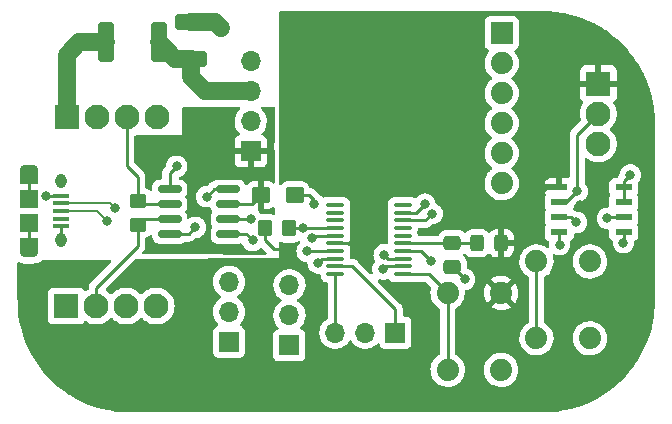
<source format=gbr>
%TF.GenerationSoftware,KiCad,Pcbnew,6.0.11-2627ca5db0~126~ubuntu22.04.1*%
%TF.CreationDate,2023-02-28T17:01:23-05:00*%
%TF.ProjectId,canbus-ds1820,63616e62-7573-42d6-9473-313832302e6b,1.0*%
%TF.SameCoordinates,Original*%
%TF.FileFunction,Copper,L1,Top*%
%TF.FilePolarity,Positive*%
%FSLAX46Y46*%
G04 Gerber Fmt 4.6, Leading zero omitted, Abs format (unit mm)*
G04 Created by KiCad (PCBNEW 6.0.11-2627ca5db0~126~ubuntu22.04.1) date 2023-02-28 17:01:23*
%MOMM*%
%LPD*%
G01*
G04 APERTURE LIST*
G04 Aperture macros list*
%AMRoundRect*
0 Rectangle with rounded corners*
0 $1 Rounding radius*
0 $2 $3 $4 $5 $6 $7 $8 $9 X,Y pos of 4 corners*
0 Add a 4 corners polygon primitive as box body*
4,1,4,$2,$3,$4,$5,$6,$7,$8,$9,$2,$3,0*
0 Add four circle primitives for the rounded corners*
1,1,$1+$1,$2,$3*
1,1,$1+$1,$4,$5*
1,1,$1+$1,$6,$7*
1,1,$1+$1,$8,$9*
0 Add four rect primitives between the rounded corners*
20,1,$1+$1,$2,$3,$4,$5,0*
20,1,$1+$1,$4,$5,$6,$7,0*
20,1,$1+$1,$6,$7,$8,$9,0*
20,1,$1+$1,$8,$9,$2,$3,0*%
G04 Aperture macros list end*
%TA.AperFunction,SMDPad,CuDef*%
%ADD10R,1.460500X0.533400*%
%TD*%
%TA.AperFunction,ComponentPad*%
%ADD11R,2.100000X2.100000*%
%TD*%
%TA.AperFunction,ComponentPad*%
%ADD12C,2.100000*%
%TD*%
%TA.AperFunction,ComponentPad*%
%ADD13R,1.700000X1.700000*%
%TD*%
%TA.AperFunction,ComponentPad*%
%ADD14O,1.700000X1.700000*%
%TD*%
%TA.AperFunction,SMDPad,CuDef*%
%ADD15RoundRect,0.250000X0.450000X-0.350000X0.450000X0.350000X-0.450000X0.350000X-0.450000X-0.350000X0*%
%TD*%
%TA.AperFunction,SMDPad,CuDef*%
%ADD16RoundRect,0.250000X-0.475000X0.337500X-0.475000X-0.337500X0.475000X-0.337500X0.475000X0.337500X0*%
%TD*%
%TA.AperFunction,ComponentPad*%
%ADD17C,1.879600*%
%TD*%
%TA.AperFunction,SMDPad,CuDef*%
%ADD18RoundRect,0.250000X-0.350000X-0.450000X0.350000X-0.450000X0.350000X0.450000X-0.350000X0.450000X0*%
%TD*%
%TA.AperFunction,ComponentPad*%
%ADD19R,1.879600X1.879600*%
%TD*%
%TA.AperFunction,SMDPad,CuDef*%
%ADD20RoundRect,0.250000X-0.400000X-1.450000X0.400000X-1.450000X0.400000X1.450000X-0.400000X1.450000X0*%
%TD*%
%TA.AperFunction,SMDPad,CuDef*%
%ADD21RoundRect,0.250000X-0.537500X-0.425000X0.537500X-0.425000X0.537500X0.425000X-0.537500X0.425000X0*%
%TD*%
%TA.AperFunction,SMDPad,CuDef*%
%ADD22RoundRect,0.250000X1.100000X-0.412500X1.100000X0.412500X-1.100000X0.412500X-1.100000X-0.412500X0*%
%TD*%
%TA.AperFunction,SMDPad,CuDef*%
%ADD23RoundRect,0.100000X0.637500X0.100000X-0.637500X0.100000X-0.637500X-0.100000X0.637500X-0.100000X0*%
%TD*%
%TA.AperFunction,SMDPad,CuDef*%
%ADD24R,1.350000X0.400000*%
%TD*%
%TA.AperFunction,SMDPad,CuDef*%
%ADD25R,1.550000X1.500000*%
%TD*%
%TA.AperFunction,SMDPad,CuDef*%
%ADD26R,1.550000X1.200000*%
%TD*%
%TA.AperFunction,ComponentPad*%
%ADD27O,0.950000X1.250000*%
%TD*%
%TA.AperFunction,ComponentPad*%
%ADD28O,1.550000X0.890000*%
%TD*%
%TA.AperFunction,SMDPad,CuDef*%
%ADD29RoundRect,0.250000X-0.325000X-0.450000X0.325000X-0.450000X0.325000X0.450000X-0.325000X0.450000X0*%
%TD*%
%TA.AperFunction,SMDPad,CuDef*%
%ADD30RoundRect,0.150000X0.825000X0.150000X-0.825000X0.150000X-0.825000X-0.150000X0.825000X-0.150000X0*%
%TD*%
%TA.AperFunction,ViaPad*%
%ADD31C,0.800000*%
%TD*%
%TA.AperFunction,Conductor*%
%ADD32C,0.250000*%
%TD*%
%TA.AperFunction,Conductor*%
%ADD33C,1.500000*%
%TD*%
%TA.AperFunction,Conductor*%
%ADD34C,0.200000*%
%TD*%
G04 APERTURE END LIST*
D10*
%TO.P,U4,1,VCC*%
%TO.N,+3V3*%
X101376700Y-84030000D03*
%TO.P,U4,2,IO*%
%TO.N,DQ*%
X101376700Y-85300000D03*
%TO.P,U4,3,GND*%
%TO.N,GND*%
X101376700Y-86570000D03*
%TO.P,U4,4,SCL*%
%TO.N,SCL*%
X101376700Y-87840000D03*
%TO.P,U4,5,SDA*%
%TO.N,SDA*%
X106825000Y-87840000D03*
%TO.P,U4,6,PCTLZ*%
%TO.N,PCTLZ*%
X106825000Y-86570000D03*
%TO.P,U4,7,AD1*%
%TO.N,GND*%
X106825000Y-85300000D03*
%TO.P,U4,8,AD0*%
X106825000Y-84030000D03*
%TD*%
D11*
%TO.P,J4,1,Pin_1*%
%TO.N,+3V3*%
X104675000Y-75285000D03*
D12*
%TO.P,J4,2,Pin_2*%
%TO.N,DQ*%
X104675000Y-77825000D03*
%TO.P,J4,3,Pin_3*%
%TO.N,GND*%
X104675000Y-80365000D03*
%TD*%
D13*
%TO.P,JP1,1,A*%
%TO.N,CAN_RX*%
X73400000Y-97140000D03*
D14*
%TO.P,JP1,2,C*%
%TO.N,Net-(JP1-Pad2)*%
X73400000Y-94600000D03*
%TO.P,JP1,3,B*%
%TO.N,USB_D-*%
X73400000Y-92060000D03*
%TD*%
D11*
%TO.P,J6,1,Pin_1*%
%TO.N,+BATT*%
X59625000Y-94100000D03*
D12*
%TO.P,J6,2,Pin_2*%
%TO.N,CANH*%
X62165000Y-94100000D03*
%TO.P,J6,3,Pin_3*%
%TO.N,CANL*%
X64705000Y-94100000D03*
%TO.P,J6,4,Pin_4*%
%TO.N,GND*%
X67245000Y-94100000D03*
%TD*%
D13*
%TO.P,J2,1,Pin_1*%
%TO.N,SWDIO*%
X87490000Y-96350000D03*
D14*
%TO.P,J2,2,Pin_2*%
%TO.N,GND*%
X84950000Y-96350000D03*
%TO.P,J2,3,Pin_3*%
%TO.N,SWDCLK*%
X82410000Y-96350000D03*
%TD*%
D15*
%TO.P,R5,1*%
%TO.N,CANH*%
X65700000Y-87200000D03*
%TO.P,R5,2*%
%TO.N,CANL*%
X65700000Y-85200000D03*
%TD*%
D16*
%TO.P,C5,1*%
%TO.N,/VDDA*%
X92325000Y-88762500D03*
%TO.P,C5,2*%
%TO.N,GND*%
X92325000Y-90837500D03*
%TD*%
D17*
%TO.P,S1,1,1*%
%TO.N,+3V3*%
X96435600Y-92998800D03*
%TO.P,S1,2,1*%
%TO.N,unconnected-(S1-Pad2)*%
X96435600Y-99501200D03*
%TO.P,S1,3,2*%
%TO.N,Net-(R1-Pad1)*%
X91914400Y-92998800D03*
%TO.P,S1,4,2*%
%TO.N,unconnected-(S1-Pad4)*%
X91914400Y-99501200D03*
%TD*%
D18*
%TO.P,R4,1*%
%TO.N,+3V3*%
X76475000Y-87525000D03*
%TO.P,R4,2*%
%TO.N,CAN_STBY*%
X78475000Y-87525000D03*
%TD*%
D19*
%TO.P,J3,1,DTR*%
%TO.N,unconnected-(J3-Pad1)*%
X96500000Y-70990000D03*
D17*
%TO.P,J3,2,RXD*%
%TO.N,RXD2*%
X96500000Y-73530000D03*
%TO.P,J3,3,TXD*%
%TO.N,TXD2*%
X96500000Y-76070000D03*
%TO.P,J3,4,VCC*%
%TO.N,Net-(J3-Pad4)*%
X96500000Y-78610000D03*
%TO.P,J3,5,CTS*%
%TO.N,unconnected-(J3-Pad5)*%
X96500000Y-81150000D03*
%TO.P,J3,6,GND*%
%TO.N,GND*%
X96500000Y-83690000D03*
%TD*%
D20*
%TO.P,F1,1*%
%TO.N,+BATT*%
X63000000Y-71775000D03*
%TO.P,F1,2*%
%TO.N,+12V*%
X67450000Y-71775000D03*
%TD*%
D21*
%TO.P,C6,1*%
%TO.N,+5V*%
X76100000Y-84725000D03*
%TO.P,C6,2*%
%TO.N,GND*%
X78975000Y-84725000D03*
%TD*%
D11*
%TO.P,J5,1,Pin_1*%
%TO.N,+BATT*%
X59660000Y-78075000D03*
D12*
%TO.P,J5,2,Pin_2*%
%TO.N,CANH*%
X62200000Y-78075000D03*
%TO.P,J5,3,Pin_3*%
%TO.N,CANL*%
X64740000Y-78075000D03*
%TO.P,J5,4,Pin_4*%
%TO.N,GND*%
X67280000Y-78075000D03*
%TD*%
D22*
%TO.P,C3,1*%
%TO.N,+12V*%
X70225000Y-73175000D03*
%TO.P,C3,2*%
%TO.N,GND*%
X70225000Y-70050000D03*
%TD*%
D23*
%TO.P,U2,1,PB8*%
%TO.N,Net-(R1-Pad1)*%
X88125000Y-91400000D03*
%TO.P,U2,2,PF0*%
%TO.N,SDA*%
X88125000Y-90750000D03*
%TO.P,U2,3,PF1*%
%TO.N,SCL*%
X88125000Y-90100000D03*
%TO.P,U2,4,NRST*%
%TO.N,~{RESET}*%
X88125000Y-89450000D03*
%TO.P,U2,5,VDDA*%
%TO.N,/VDDA*%
X88125000Y-88800000D03*
%TO.P,U2,6,PA0*%
%TO.N,unconnected-(U2-Pad6)*%
X88125000Y-88150000D03*
%TO.P,U2,7,PA1*%
%TO.N,unconnected-(U2-Pad7)*%
X88125000Y-87500000D03*
%TO.P,U2,8,PA2*%
%TO.N,TXD2*%
X88125000Y-86850000D03*
%TO.P,U2,9,PA3*%
%TO.N,RXD2*%
X88125000Y-86200000D03*
%TO.P,U2,10,PA4*%
%TO.N,unconnected-(U2-Pad10)*%
X88125000Y-85550000D03*
%TO.P,U2,11,PA5*%
%TO.N,unconnected-(U2-Pad11)*%
X82400000Y-85550000D03*
%TO.P,U2,12,PA6*%
%TO.N,unconnected-(U2-Pad12)*%
X82400000Y-86200000D03*
%TO.P,U2,13,PA7*%
%TO.N,unconnected-(U2-Pad13)*%
X82400000Y-86850000D03*
%TO.P,U2,14,PB1*%
%TO.N,CAN_STBY*%
X82400000Y-87500000D03*
%TO.P,U2,15,VSS*%
%TO.N,GND*%
X82400000Y-88150000D03*
%TO.P,U2,16,VDD*%
%TO.N,+3V3*%
X82400000Y-88800000D03*
%TO.P,U2,17,PA9/PA11*%
%TO.N,Net-(JP1-Pad2)*%
X82400000Y-89450000D03*
%TO.P,U2,18,PA10/PA12*%
%TO.N,Net-(JP2-Pad2)*%
X82400000Y-90100000D03*
%TO.P,U2,19,PA13*%
%TO.N,SWDIO*%
X82400000Y-90750000D03*
%TO.P,U2,20,PA14*%
%TO.N,SWDCLK*%
X82400000Y-91400000D03*
%TD*%
D13*
%TO.P,U3,1,Vout*%
%TO.N,+5V*%
X75247300Y-81002600D03*
D14*
%TO.P,U3,2,GND*%
%TO.N,GND*%
X75247300Y-78462600D03*
%TO.P,U3,3,Vin*%
%TO.N,+12V*%
X75247300Y-75922600D03*
%TO.P,U3,4,EN*%
%TO.N,unconnected-(U3-Pad4)*%
X75247300Y-73382600D03*
%TD*%
D17*
%TO.P,S2,1,1*%
%TO.N,GND*%
X103960600Y-90323800D03*
%TO.P,S2,2,1*%
%TO.N,unconnected-(S2-Pad2)*%
X103960600Y-96826200D03*
%TO.P,S2,3,2*%
%TO.N,~{RESET}*%
X99439400Y-90323800D03*
%TO.P,S2,4,2*%
%TO.N,unconnected-(S2-Pad4)*%
X99439400Y-96826200D03*
%TD*%
D24*
%TO.P,J1,1,VBUS*%
%TO.N,VBUS*%
X59210000Y-84750000D03*
%TO.P,J1,2,D-*%
%TO.N,USB_D-*%
X59210000Y-85400000D03*
%TO.P,J1,3,D+*%
%TO.N,USB_D+*%
X59210000Y-86050000D03*
%TO.P,J1,4,ID*%
%TO.N,unconnected-(J1-Pad4)*%
X59210000Y-86700000D03*
%TO.P,J1,5,GND*%
%TO.N,GND*%
X59210000Y-87350000D03*
D25*
%TO.P,J1,6,Shield*%
X56510000Y-87050000D03*
X56510000Y-85050000D03*
D26*
X56510000Y-88950000D03*
D27*
X59210000Y-83550000D03*
D28*
X56510000Y-82550000D03*
X56510000Y-89550000D03*
D26*
X56510000Y-83150000D03*
D27*
X59210000Y-88550000D03*
%TD*%
D13*
%TO.P,JP2,1,A*%
%TO.N,CAN_TX*%
X78525000Y-97425000D03*
D14*
%TO.P,JP2,2,C*%
%TO.N,Net-(JP2-Pad2)*%
X78525000Y-94885000D03*
%TO.P,JP2,3,B*%
%TO.N,USB_D+*%
X78525000Y-92345000D03*
%TD*%
D29*
%TO.P,FB1,1*%
%TO.N,/VDDA*%
X94400000Y-88775000D03*
%TO.P,FB1,2*%
%TO.N,+3V3*%
X96450000Y-88775000D03*
%TD*%
D30*
%TO.P,U5,1,TXD*%
%TO.N,CAN_TX*%
X73325000Y-88015000D03*
%TO.P,U5,2,VSS*%
%TO.N,GND*%
X73325000Y-86745000D03*
%TO.P,U5,3,VDD*%
%TO.N,+5V*%
X73325000Y-85475000D03*
%TO.P,U5,4,RXD*%
%TO.N,CAN_RX*%
X73325000Y-84205000D03*
%TO.P,U5,5,Vio*%
%TO.N,+3V3*%
X68375000Y-84205000D03*
%TO.P,U5,6,CANL*%
%TO.N,CANL*%
X68375000Y-85475000D03*
%TO.P,U5,7,CANH*%
%TO.N,CANH*%
X68375000Y-86745000D03*
%TO.P,U5,8,STBY*%
%TO.N,CAN_STBY*%
X68375000Y-88015000D03*
%TD*%
D31*
%TO.N,SDA*%
X86450000Y-90975000D03*
%TO.N,SCL*%
X86550000Y-89750000D03*
%TO.N,DQ*%
X102875000Y-84400000D03*
%TO.N,PCTLZ*%
X105450000Y-86675000D03*
%TO.N,+3V3*%
X99700000Y-84675000D03*
%TO.N,GND*%
X102825000Y-87025000D03*
X107375000Y-83000000D03*
%TO.N,+3V3*%
X103100000Y-85525000D03*
X106800000Y-93575000D03*
%TO.N,SDA*%
X106800000Y-88725000D03*
%TO.N,SCL*%
X101400000Y-88900000D03*
%TO.N,GND*%
X80450000Y-88350000D03*
X72725000Y-70575000D03*
X93350000Y-91850000D03*
X80600000Y-85425000D03*
X75300000Y-86775000D03*
%TO.N,+3V3*%
X78150000Y-80600000D03*
X85100000Y-88800000D03*
X93575000Y-81950000D03*
X78750000Y-89250000D03*
X68975000Y-82275000D03*
%TO.N,VBUS*%
X57884502Y-84775000D03*
%TO.N,USB_D-*%
X63750000Y-85825000D03*
%TO.N,USB_D+*%
X63050000Y-86875000D03*
%TO.N,CAN_RX*%
X71525000Y-84850000D03*
%TO.N,Net-(JP1-Pad2)*%
X80025000Y-89475000D03*
%TO.N,CAN_TX*%
X75400000Y-88550000D03*
%TO.N,Net-(JP2-Pad2)*%
X80950000Y-90450000D03*
%TO.N,CAN_STBY*%
X70550000Y-87450000D03*
X79650000Y-87500000D03*
%TO.N,TXD2*%
X90600000Y-86275000D03*
%TO.N,RXD2*%
X89990592Y-85482770D03*
%TO.N,~{RESET}*%
X90475000Y-90300000D03*
%TD*%
D32*
%TO.N,SDA*%
X86675000Y-90750000D02*
X86450000Y-90975000D01*
X88125000Y-90750000D02*
X86675000Y-90750000D01*
%TO.N,SCL*%
X86900000Y-90100000D02*
X86550000Y-89750000D01*
X88125000Y-90100000D02*
X86900000Y-90100000D01*
%TO.N,PCTLZ*%
X105555000Y-86570000D02*
X105450000Y-86675000D01*
X106825000Y-86570000D02*
X105555000Y-86570000D01*
%TO.N,DQ*%
X101376700Y-85300000D02*
X101975000Y-85300000D01*
X101975000Y-85300000D02*
X102875000Y-84400000D01*
X102875000Y-84400000D02*
X102875000Y-79625000D01*
X102875000Y-79625000D02*
X104675000Y-77825000D01*
%TO.N,+3V3*%
X100345000Y-84030000D02*
X99700000Y-84675000D01*
X101376700Y-84030000D02*
X100345000Y-84030000D01*
%TO.N,GND*%
X102370000Y-86570000D02*
X102825000Y-87025000D01*
X101376700Y-86570000D02*
X102370000Y-86570000D01*
X106825000Y-83550000D02*
X107375000Y-83000000D01*
X106825000Y-84030000D02*
X106825000Y-83550000D01*
X106825000Y-85300000D02*
X106825000Y-84030000D01*
%TO.N,PCTLZ*%
X106820000Y-86575000D02*
X106825000Y-86570000D01*
%TO.N,SDA*%
X106825000Y-88700000D02*
X106800000Y-88725000D01*
X106825000Y-87840000D02*
X106825000Y-88700000D01*
%TO.N,SCL*%
X101376700Y-88876700D02*
X101400000Y-88900000D01*
X101376700Y-87840000D02*
X101376700Y-88876700D01*
D33*
%TO.N,GND*%
X70225000Y-70050000D02*
X72200000Y-70050000D01*
D32*
X75300000Y-86775000D02*
X73355000Y-86775000D01*
X92337500Y-90837500D02*
X93350000Y-91850000D01*
D33*
X72200000Y-70050000D02*
X72725000Y-70575000D01*
D32*
X78975000Y-84725000D02*
X80175000Y-84725000D01*
X80600000Y-85150000D02*
X80600000Y-85425000D01*
X73355000Y-86775000D02*
X73325000Y-86745000D01*
X92325000Y-90837500D02*
X92337500Y-90837500D01*
X80175000Y-84725000D02*
X80600000Y-85150000D01*
X56510000Y-87050000D02*
X56510000Y-89550000D01*
X56510000Y-85050000D02*
X56510000Y-82550000D01*
X59210000Y-87350000D02*
X59210000Y-88550000D01*
X80650000Y-88150000D02*
X80450000Y-88350000D01*
X82400000Y-88150000D02*
X80650000Y-88150000D01*
%TO.N,+3V3*%
X77175000Y-89250000D02*
X76475000Y-88550000D01*
X68375000Y-82875000D02*
X68975000Y-82275000D01*
X68375000Y-84205000D02*
X68375000Y-82875000D01*
X76475000Y-88550000D02*
X76475000Y-87525000D01*
X82400000Y-88800000D02*
X84700000Y-88800000D01*
X84700000Y-88800000D02*
X85100000Y-88800000D01*
X78750000Y-89250000D02*
X77175000Y-89250000D01*
D33*
%TO.N,+12V*%
X71397600Y-75922600D02*
X75247300Y-75922600D01*
X67450000Y-71775000D02*
X68850000Y-73175000D01*
X68850000Y-73175000D02*
X70225000Y-73175000D01*
X70225000Y-74750000D02*
X71397600Y-75922600D01*
X70225000Y-73175000D02*
X70225000Y-74750000D01*
D32*
%TO.N,+5V*%
X73325000Y-85475000D02*
X75350000Y-85475000D01*
X75350000Y-85475000D02*
X76100000Y-84725000D01*
%TO.N,+BATT*%
X59625000Y-78110000D02*
X59660000Y-78075000D01*
D33*
X59660000Y-72840000D02*
X60725000Y-71775000D01*
X59660000Y-78075000D02*
X59660000Y-72840000D01*
X60725000Y-71775000D02*
X63000000Y-71775000D01*
D32*
%TO.N,VBUS*%
X57909502Y-84750000D02*
X57884502Y-84775000D01*
X59210000Y-84750000D02*
X57909502Y-84750000D01*
D34*
%TO.N,USB_D-*%
X59210000Y-85400000D02*
X63325000Y-85400000D01*
X63325000Y-85400000D02*
X63750000Y-85825000D01*
%TO.N,USB_D+*%
X62225000Y-86050000D02*
X63050000Y-86875000D01*
X59210000Y-86050000D02*
X62225000Y-86050000D01*
D32*
%TO.N,CANH*%
X65700000Y-87200000D02*
X65700000Y-89000000D01*
X65700000Y-89000000D02*
X62165000Y-92535000D01*
X66155000Y-86745000D02*
X65700000Y-87200000D01*
X68375000Y-86745000D02*
X66155000Y-86745000D01*
X62165000Y-92535000D02*
X62165000Y-94100000D01*
%TO.N,CANL*%
X64740000Y-82240000D02*
X64740000Y-78075000D01*
X65700000Y-83200000D02*
X64740000Y-82240000D01*
X65700000Y-85200000D02*
X65700000Y-83200000D01*
X68375000Y-85475000D02*
X65975000Y-85475000D01*
X65975000Y-85475000D02*
X65700000Y-85200000D01*
%TO.N,CAN_RX*%
X73325000Y-84205000D02*
X72170000Y-84205000D01*
X72170000Y-84205000D02*
X71525000Y-84850000D01*
%TO.N,Net-(JP1-Pad2)*%
X80050000Y-89450000D02*
X82400000Y-89450000D01*
X80025000Y-89475000D02*
X80050000Y-89450000D01*
%TO.N,CAN_TX*%
X74865000Y-88015000D02*
X75400000Y-88550000D01*
X73325000Y-88015000D02*
X74865000Y-88015000D01*
%TO.N,Net-(JP2-Pad2)*%
X81300000Y-90100000D02*
X80950000Y-90450000D01*
X82400000Y-90100000D02*
X81300000Y-90100000D01*
%TO.N,Net-(R1-Pad1)*%
X88125000Y-91400000D02*
X90315600Y-91400000D01*
X91914400Y-92998800D02*
X91914400Y-99501200D01*
X90315600Y-91400000D02*
X91914400Y-92998800D01*
%TO.N,CAN_STBY*%
X68375000Y-88015000D02*
X69985000Y-88015000D01*
X78475000Y-87525000D02*
X79625000Y-87525000D01*
X69985000Y-88015000D02*
X70550000Y-87450000D01*
X79625000Y-87525000D02*
X79650000Y-87500000D01*
X78100000Y-87500000D02*
X79650000Y-87500000D01*
X82400000Y-87500000D02*
X79650000Y-87500000D01*
%TO.N,TXD2*%
X90025000Y-86850000D02*
X90600000Y-86275000D01*
X88125000Y-86850000D02*
X90025000Y-86850000D01*
%TO.N,RXD2*%
X89273362Y-86200000D02*
X89990592Y-85482770D01*
X88125000Y-86200000D02*
X89273362Y-86200000D01*
%TO.N,SWDIO*%
X82400000Y-90750000D02*
X83850000Y-90750000D01*
X83850000Y-90750000D02*
X87490000Y-94390000D01*
X87490000Y-94390000D02*
X87490000Y-96350000D01*
%TO.N,SWDCLK*%
X82400000Y-91400000D02*
X82410000Y-91410000D01*
X82410000Y-91410000D02*
X82410000Y-96350000D01*
%TO.N,~{RESET}*%
X89625000Y-89450000D02*
X90475000Y-90300000D01*
X99439400Y-90323800D02*
X99439400Y-96826200D01*
X88125000Y-89450000D02*
X89625000Y-89450000D01*
%TO.N,/VDDA*%
X92287500Y-88800000D02*
X92325000Y-88762500D01*
X88125000Y-88800000D02*
X92287500Y-88800000D01*
X94400000Y-88775000D02*
X92337500Y-88775000D01*
X92337500Y-88775000D02*
X92325000Y-88762500D01*
%TD*%
%TA.AperFunction,Conductor*%
%TO.N,+5V*%
G36*
X77266451Y-77245371D02*
G01*
X77313281Y-77298733D01*
X77325000Y-77351797D01*
X77325000Y-80181961D01*
X77315143Y-80228337D01*
X77315473Y-80228444D01*
X77256458Y-80410072D01*
X77236496Y-80600000D01*
X77256458Y-80789928D01*
X77314454Y-80968420D01*
X77315473Y-80971556D01*
X77315143Y-80971663D01*
X77325000Y-81018039D01*
X77325000Y-83611515D01*
X77304998Y-83679636D01*
X77251342Y-83726129D01*
X77181068Y-83736233D01*
X77120908Y-83710397D01*
X77104260Y-83697249D01*
X76966257Y-83612184D01*
X76953076Y-83606037D01*
X76798790Y-83554862D01*
X76785414Y-83551995D01*
X76691062Y-83542328D01*
X76684645Y-83542000D01*
X76372115Y-83542000D01*
X76356876Y-83546475D01*
X76355671Y-83547865D01*
X76354000Y-83555548D01*
X76354000Y-85889884D01*
X76358475Y-85905123D01*
X76359865Y-85906328D01*
X76367548Y-85907999D01*
X76684595Y-85907999D01*
X76691114Y-85907662D01*
X76786706Y-85897743D01*
X76800100Y-85894851D01*
X76954284Y-85843412D01*
X76967462Y-85837239D01*
X77105312Y-85751934D01*
X77120738Y-85739708D01*
X77186548Y-85713072D01*
X77256312Y-85726244D01*
X77307880Y-85775042D01*
X77325000Y-85838455D01*
X77325000Y-86268699D01*
X77304998Y-86336820D01*
X77251342Y-86383313D01*
X77181068Y-86393417D01*
X77149624Y-86384048D01*
X77147738Y-86382885D01*
X77140793Y-86380582D01*
X77140790Y-86380580D01*
X76986389Y-86329368D01*
X76986387Y-86329368D01*
X76979861Y-86327203D01*
X76973025Y-86326503D01*
X76973022Y-86326502D01*
X76929969Y-86322091D01*
X76875400Y-86316500D01*
X76157076Y-86316500D01*
X76088955Y-86296498D01*
X76047958Y-86253502D01*
X76042341Y-86243774D01*
X76039040Y-86238056D01*
X75922388Y-86108500D01*
X75915675Y-86101045D01*
X75915674Y-86101044D01*
X75911253Y-86096134D01*
X75878093Y-86072041D01*
X75834739Y-86015820D01*
X75828664Y-85945084D01*
X75840003Y-85922020D01*
X75846000Y-85894452D01*
X75846000Y-83560116D01*
X75841525Y-83544877D01*
X75840135Y-83543672D01*
X75832452Y-83542001D01*
X75515405Y-83542001D01*
X75508886Y-83542338D01*
X75413294Y-83552257D01*
X75399900Y-83555149D01*
X75245716Y-83606588D01*
X75232538Y-83612761D01*
X75094693Y-83698063D01*
X75083292Y-83707099D01*
X74963590Y-83827009D01*
X74961681Y-83825103D01*
X74913976Y-83858925D01*
X74843053Y-83862156D01*
X74781641Y-83826531D01*
X74759711Y-83793347D01*
X74759145Y-83791399D01*
X74751323Y-83778172D01*
X74678491Y-83655020D01*
X74678489Y-83655017D01*
X74674453Y-83648193D01*
X74556807Y-83530547D01*
X74549983Y-83526511D01*
X74549980Y-83526509D01*
X74420427Y-83449892D01*
X74420428Y-83449892D01*
X74413601Y-83445855D01*
X74405990Y-83443644D01*
X74405988Y-83443643D01*
X74343541Y-83425501D01*
X74253831Y-83399438D01*
X74247426Y-83398934D01*
X74247421Y-83398933D01*
X74218958Y-83396693D01*
X74218950Y-83396693D01*
X74216502Y-83396500D01*
X72433498Y-83396500D01*
X72431050Y-83396693D01*
X72431042Y-83396693D01*
X72402579Y-83398933D01*
X72402574Y-83398934D01*
X72396169Y-83399438D01*
X72306459Y-83425501D01*
X72244012Y-83443643D01*
X72244010Y-83443644D01*
X72236399Y-83445855D01*
X72229572Y-83449892D01*
X72229573Y-83449892D01*
X72100020Y-83526509D01*
X72100017Y-83526511D01*
X72093193Y-83530547D01*
X72069194Y-83554546D01*
X72013675Y-83586214D01*
X72011203Y-83586526D01*
X72003834Y-83589443D01*
X72003832Y-83589444D01*
X71970092Y-83602802D01*
X71958865Y-83606646D01*
X71916407Y-83618982D01*
X71909581Y-83623019D01*
X71898972Y-83629293D01*
X71881224Y-83637988D01*
X71862383Y-83645448D01*
X71855967Y-83650110D01*
X71855966Y-83650110D01*
X71826613Y-83671436D01*
X71816693Y-83677952D01*
X71785465Y-83696420D01*
X71785462Y-83696422D01*
X71778638Y-83700458D01*
X71764317Y-83714779D01*
X71749284Y-83727619D01*
X71732893Y-83739528D01*
X71727840Y-83745636D01*
X71704708Y-83773598D01*
X71696718Y-83782378D01*
X71574501Y-83904595D01*
X71512189Y-83938621D01*
X71485406Y-83941500D01*
X71429513Y-83941500D01*
X71423061Y-83942872D01*
X71423056Y-83942872D01*
X71336113Y-83961353D01*
X71242712Y-83981206D01*
X71236682Y-83983891D01*
X71236681Y-83983891D01*
X71074278Y-84056197D01*
X71074276Y-84056198D01*
X71068248Y-84058882D01*
X70913747Y-84171134D01*
X70909326Y-84176044D01*
X70909325Y-84176045D01*
X70813267Y-84282729D01*
X70785960Y-84313056D01*
X70749820Y-84375652D01*
X70701797Y-84458831D01*
X70690473Y-84478444D01*
X70631458Y-84660072D01*
X70630768Y-84666633D01*
X70630768Y-84666635D01*
X70617644Y-84791502D01*
X70611496Y-84850000D01*
X70612186Y-84856565D01*
X70628372Y-85010562D01*
X70631458Y-85039928D01*
X70690473Y-85221556D01*
X70693776Y-85227278D01*
X70693777Y-85227279D01*
X70727686Y-85286010D01*
X70785960Y-85386944D01*
X70790378Y-85391851D01*
X70790379Y-85391852D01*
X70909325Y-85523955D01*
X70913747Y-85528866D01*
X71068248Y-85641118D01*
X71074276Y-85643802D01*
X71074278Y-85643803D01*
X71186929Y-85693958D01*
X71242712Y-85718794D01*
X71336113Y-85738647D01*
X71423056Y-85757128D01*
X71423061Y-85757128D01*
X71429513Y-85758500D01*
X71620487Y-85758500D01*
X71626939Y-85757128D01*
X71626944Y-85757128D01*
X71708896Y-85739708D01*
X71725494Y-85736180D01*
X71796284Y-85741582D01*
X71852916Y-85784399D01*
X71872687Y-85824273D01*
X71889107Y-85880790D01*
X71895352Y-85895221D01*
X71971911Y-86024677D01*
X71977871Y-86032360D01*
X72003820Y-86098444D01*
X71989922Y-86168067D01*
X71979579Y-86184161D01*
X71975547Y-86188193D01*
X71890855Y-86331399D01*
X71888644Y-86339010D01*
X71888643Y-86339012D01*
X71881981Y-86361944D01*
X71844438Y-86491169D01*
X71843934Y-86497574D01*
X71843933Y-86497579D01*
X71842587Y-86514687D01*
X71841500Y-86528498D01*
X71841500Y-86961502D01*
X71844438Y-86998831D01*
X71890855Y-87158601D01*
X71975547Y-87301807D01*
X71978229Y-87304489D01*
X72003502Y-87368861D01*
X71989600Y-87438484D01*
X71979428Y-87454312D01*
X71975547Y-87458193D01*
X71890855Y-87601399D01*
X71844438Y-87761169D01*
X71841500Y-87798498D01*
X71841500Y-88231502D01*
X71844438Y-88268831D01*
X71890855Y-88428601D01*
X71898677Y-88441827D01*
X71971509Y-88564980D01*
X71971511Y-88564983D01*
X71975547Y-88571807D01*
X72093193Y-88689453D01*
X72100017Y-88693489D01*
X72100020Y-88693491D01*
X72174598Y-88737596D01*
X72236399Y-88774145D01*
X72244010Y-88776356D01*
X72244012Y-88776357D01*
X72296231Y-88791528D01*
X72396169Y-88820562D01*
X72402574Y-88821066D01*
X72402579Y-88821067D01*
X72431042Y-88823307D01*
X72431050Y-88823307D01*
X72433498Y-88823500D01*
X74216502Y-88823500D01*
X74218950Y-88823307D01*
X74218958Y-88823307D01*
X74247421Y-88821067D01*
X74247426Y-88821066D01*
X74253831Y-88820562D01*
X74260003Y-88818769D01*
X74260008Y-88818768D01*
X74325149Y-88799843D01*
X74391355Y-88780608D01*
X74462349Y-88780811D01*
X74521966Y-88819365D01*
X74546339Y-88862668D01*
X74565473Y-88921556D01*
X74660960Y-89086944D01*
X74665378Y-89091851D01*
X74665379Y-89091852D01*
X74693295Y-89122856D01*
X74788747Y-89228866D01*
X74873020Y-89290094D01*
X74911110Y-89317768D01*
X74943248Y-89341118D01*
X74949276Y-89343802D01*
X74949278Y-89343803D01*
X75111681Y-89416109D01*
X75117712Y-89418794D01*
X75211112Y-89438647D01*
X75298056Y-89457128D01*
X75298061Y-89457128D01*
X75304513Y-89458500D01*
X75495487Y-89458500D01*
X75501939Y-89457128D01*
X75501944Y-89457128D01*
X75588888Y-89438647D01*
X75682288Y-89418794D01*
X75688319Y-89416109D01*
X75850722Y-89343803D01*
X75850724Y-89343802D01*
X75856752Y-89341118D01*
X75888891Y-89317768D01*
X76002728Y-89235060D01*
X76011253Y-89228866D01*
X76039299Y-89197718D01*
X76099745Y-89160479D01*
X76170729Y-89161831D01*
X76222030Y-89192934D01*
X76562739Y-89533643D01*
X76596765Y-89595955D01*
X76591700Y-89666770D01*
X76549153Y-89723606D01*
X76482633Y-89748417D01*
X76473457Y-89748738D01*
X69330670Y-89738157D01*
X66166438Y-89733469D01*
X66098348Y-89713366D01*
X66051935Y-89659641D01*
X66041935Y-89589353D01*
X66071524Y-89524816D01*
X66077531Y-89518374D01*
X66092253Y-89503652D01*
X66100539Y-89496112D01*
X66107018Y-89492000D01*
X66153644Y-89442348D01*
X66156398Y-89439507D01*
X66176135Y-89419770D01*
X66178615Y-89416573D01*
X66186320Y-89407551D01*
X66211159Y-89381100D01*
X66216586Y-89375321D01*
X66220405Y-89368375D01*
X66220407Y-89368372D01*
X66226348Y-89357566D01*
X66237199Y-89341047D01*
X66244758Y-89331301D01*
X66249614Y-89325041D01*
X66252759Y-89317772D01*
X66252762Y-89317768D01*
X66267174Y-89284463D01*
X66272391Y-89273813D01*
X66293695Y-89235060D01*
X66298733Y-89215437D01*
X66305137Y-89196734D01*
X66310033Y-89185420D01*
X66310033Y-89185419D01*
X66313181Y-89178145D01*
X66314420Y-89170322D01*
X66314423Y-89170312D01*
X66320099Y-89134476D01*
X66322505Y-89122856D01*
X66331528Y-89087711D01*
X66331528Y-89087710D01*
X66333500Y-89080030D01*
X66333500Y-89059776D01*
X66335051Y-89040065D01*
X66336980Y-89027886D01*
X66338220Y-89020057D01*
X66334059Y-88976038D01*
X66333500Y-88964181D01*
X66333500Y-88379197D01*
X66353502Y-88311076D01*
X66407158Y-88264583D01*
X66419623Y-88259674D01*
X66467002Y-88243867D01*
X66467004Y-88243866D01*
X66473946Y-88241550D01*
X66490184Y-88231502D01*
X66618120Y-88152332D01*
X66624348Y-88148478D01*
X66629521Y-88143296D01*
X66629526Y-88143292D01*
X66676327Y-88096409D01*
X66738609Y-88062329D01*
X66809429Y-88067332D01*
X66866302Y-88109829D01*
X66891171Y-88176327D01*
X66891500Y-88185426D01*
X66891500Y-88231502D01*
X66894438Y-88268831D01*
X66940855Y-88428601D01*
X66948677Y-88441827D01*
X67021509Y-88564980D01*
X67021511Y-88564983D01*
X67025547Y-88571807D01*
X67143193Y-88689453D01*
X67150017Y-88693489D01*
X67150020Y-88693491D01*
X67224598Y-88737596D01*
X67286399Y-88774145D01*
X67294010Y-88776356D01*
X67294012Y-88776357D01*
X67346231Y-88791528D01*
X67446169Y-88820562D01*
X67452574Y-88821066D01*
X67452579Y-88821067D01*
X67481042Y-88823307D01*
X67481050Y-88823307D01*
X67483498Y-88823500D01*
X69266502Y-88823500D01*
X69268950Y-88823307D01*
X69268958Y-88823307D01*
X69297421Y-88821067D01*
X69297426Y-88821066D01*
X69303831Y-88820562D01*
X69403769Y-88791528D01*
X69455988Y-88776357D01*
X69455990Y-88776356D01*
X69463601Y-88774145D01*
X69525402Y-88737596D01*
X69599980Y-88693491D01*
X69599983Y-88693489D01*
X69606807Y-88689453D01*
X69612416Y-88683844D01*
X69618675Y-88678989D01*
X69619844Y-88680496D01*
X69673167Y-88651379D01*
X69699950Y-88648500D01*
X69906233Y-88648500D01*
X69917416Y-88649027D01*
X69924909Y-88650702D01*
X69932835Y-88650453D01*
X69932836Y-88650453D01*
X69992986Y-88648562D01*
X69996945Y-88648500D01*
X70024856Y-88648500D01*
X70028791Y-88648003D01*
X70028856Y-88647995D01*
X70040693Y-88647062D01*
X70072951Y-88646048D01*
X70076970Y-88645922D01*
X70084889Y-88645673D01*
X70104343Y-88640021D01*
X70123700Y-88636013D01*
X70135930Y-88634468D01*
X70135931Y-88634468D01*
X70143797Y-88633474D01*
X70151168Y-88630555D01*
X70151170Y-88630555D01*
X70184912Y-88617196D01*
X70196142Y-88613351D01*
X70230983Y-88603229D01*
X70230984Y-88603229D01*
X70238593Y-88601018D01*
X70245412Y-88596985D01*
X70245417Y-88596983D01*
X70256028Y-88590707D01*
X70273776Y-88582012D01*
X70292617Y-88574552D01*
X70328387Y-88548564D01*
X70338307Y-88542048D01*
X70369535Y-88523580D01*
X70369538Y-88523578D01*
X70376362Y-88519542D01*
X70390683Y-88505221D01*
X70405717Y-88492380D01*
X70415694Y-88485131D01*
X70422107Y-88480472D01*
X70450298Y-88446395D01*
X70458288Y-88437616D01*
X70500499Y-88395405D01*
X70562811Y-88361379D01*
X70589594Y-88358500D01*
X70645487Y-88358500D01*
X70651939Y-88357128D01*
X70651944Y-88357128D01*
X70738888Y-88338647D01*
X70832288Y-88318794D01*
X70849623Y-88311076D01*
X71000722Y-88243803D01*
X71000724Y-88243802D01*
X71006752Y-88241118D01*
X71161253Y-88128866D01*
X71178394Y-88109829D01*
X71284621Y-87991852D01*
X71284622Y-87991851D01*
X71289040Y-87986944D01*
X71384527Y-87821556D01*
X71443542Y-87639928D01*
X71446792Y-87609012D01*
X71462814Y-87456565D01*
X71463504Y-87450000D01*
X71448030Y-87302775D01*
X71444232Y-87266635D01*
X71444232Y-87266633D01*
X71443542Y-87260072D01*
X71384527Y-87078444D01*
X71289040Y-86913056D01*
X71260686Y-86881565D01*
X71165675Y-86776045D01*
X71165674Y-86776044D01*
X71161253Y-86771134D01*
X71047673Y-86688613D01*
X71012094Y-86662763D01*
X71012093Y-86662762D01*
X71006752Y-86658882D01*
X71000724Y-86656198D01*
X71000722Y-86656197D01*
X70838319Y-86583891D01*
X70838318Y-86583891D01*
X70832288Y-86581206D01*
X70738888Y-86561353D01*
X70651944Y-86542872D01*
X70651939Y-86542872D01*
X70645487Y-86541500D01*
X70454513Y-86541500D01*
X70448061Y-86542872D01*
X70448056Y-86542872D01*
X70361112Y-86561353D01*
X70267712Y-86581206D01*
X70261682Y-86583891D01*
X70261681Y-86583891D01*
X70099278Y-86656197D01*
X70099276Y-86656198D01*
X70093248Y-86658882D01*
X70058559Y-86684085D01*
X69991694Y-86707942D01*
X69922543Y-86691862D01*
X69873062Y-86640949D01*
X69858500Y-86582148D01*
X69858500Y-86528498D01*
X69857413Y-86514687D01*
X69856067Y-86497579D01*
X69856066Y-86497574D01*
X69855562Y-86491169D01*
X69818019Y-86361944D01*
X69811357Y-86339012D01*
X69811356Y-86339010D01*
X69809145Y-86331399D01*
X69724453Y-86188193D01*
X69721771Y-86185511D01*
X69696498Y-86121139D01*
X69710400Y-86051516D01*
X69720572Y-86035688D01*
X69724453Y-86031807D01*
X69809145Y-85888601D01*
X69811415Y-85880790D01*
X69839418Y-85784399D01*
X69855562Y-85728831D01*
X69856564Y-85716109D01*
X69858307Y-85693958D01*
X69858307Y-85693950D01*
X69858500Y-85691502D01*
X69858500Y-85258498D01*
X69855562Y-85221169D01*
X69809145Y-85061399D01*
X69724453Y-84918193D01*
X69721771Y-84915511D01*
X69696498Y-84851139D01*
X69710400Y-84781516D01*
X69720572Y-84765688D01*
X69724453Y-84761807D01*
X69809145Y-84618601D01*
X69855562Y-84458831D01*
X69858500Y-84421502D01*
X69858500Y-83988498D01*
X69858307Y-83986042D01*
X69856067Y-83957579D01*
X69856066Y-83957574D01*
X69855562Y-83951169D01*
X69809145Y-83791399D01*
X69771426Y-83727620D01*
X69728491Y-83655020D01*
X69728489Y-83655017D01*
X69724453Y-83648193D01*
X69606807Y-83530547D01*
X69599983Y-83526511D01*
X69599980Y-83526509D01*
X69470427Y-83449892D01*
X69470428Y-83449892D01*
X69463601Y-83445855D01*
X69455990Y-83443644D01*
X69455988Y-83443643D01*
X69393541Y-83425501D01*
X69303831Y-83399438D01*
X69297426Y-83398934D01*
X69297421Y-83398933D01*
X69268956Y-83396693D01*
X69268952Y-83396693D01*
X69266502Y-83396500D01*
X69264029Y-83396500D01*
X69262166Y-83396427D01*
X69194881Y-83373773D01*
X69150525Y-83318337D01*
X69143181Y-83247722D01*
X69175181Y-83184345D01*
X69240901Y-83147278D01*
X69250826Y-83145168D01*
X69250830Y-83145167D01*
X69257288Y-83143794D01*
X69337616Y-83108030D01*
X69425722Y-83068803D01*
X69425724Y-83068802D01*
X69431752Y-83066118D01*
X69438384Y-83061300D01*
X69538091Y-82988858D01*
X69586253Y-82953866D01*
X69592969Y-82946407D01*
X69709621Y-82816852D01*
X69709622Y-82816851D01*
X69714040Y-82811944D01*
X69802018Y-82659562D01*
X69806223Y-82652279D01*
X69806224Y-82652278D01*
X69809527Y-82646556D01*
X69868542Y-82464928D01*
X69871785Y-82434079D01*
X69887814Y-82281565D01*
X69888504Y-82275000D01*
X69868542Y-82085072D01*
X69809527Y-81903444D01*
X69805962Y-81897269D01*
X73889301Y-81897269D01*
X73889671Y-81904090D01*
X73895195Y-81954952D01*
X73898821Y-81970204D01*
X73943976Y-82090654D01*
X73952514Y-82106249D01*
X74029015Y-82208324D01*
X74041576Y-82220885D01*
X74143651Y-82297386D01*
X74159246Y-82305924D01*
X74279694Y-82351078D01*
X74294949Y-82354705D01*
X74345814Y-82360231D01*
X74352628Y-82360600D01*
X74975185Y-82360600D01*
X74990424Y-82356125D01*
X74991629Y-82354735D01*
X74993300Y-82347052D01*
X74993300Y-82342484D01*
X75501300Y-82342484D01*
X75505775Y-82357723D01*
X75507165Y-82358928D01*
X75514848Y-82360599D01*
X76141969Y-82360599D01*
X76148790Y-82360229D01*
X76199652Y-82354705D01*
X76214904Y-82351079D01*
X76335354Y-82305924D01*
X76350949Y-82297386D01*
X76453024Y-82220885D01*
X76465585Y-82208324D01*
X76542086Y-82106249D01*
X76550624Y-82090654D01*
X76595778Y-81970206D01*
X76599405Y-81954951D01*
X76604931Y-81904086D01*
X76605300Y-81897272D01*
X76605300Y-81274715D01*
X76600825Y-81259476D01*
X76599435Y-81258271D01*
X76591752Y-81256600D01*
X75519415Y-81256600D01*
X75504176Y-81261075D01*
X75502971Y-81262465D01*
X75501300Y-81270148D01*
X75501300Y-82342484D01*
X74993300Y-82342484D01*
X74993300Y-81274715D01*
X74988825Y-81259476D01*
X74987435Y-81258271D01*
X74979752Y-81256600D01*
X73907416Y-81256600D01*
X73892177Y-81261075D01*
X73890972Y-81262465D01*
X73889301Y-81270148D01*
X73889301Y-81897269D01*
X69805962Y-81897269D01*
X69714040Y-81738056D01*
X69586253Y-81596134D01*
X69431752Y-81483882D01*
X69425724Y-81481198D01*
X69425722Y-81481197D01*
X69263319Y-81408891D01*
X69263318Y-81408891D01*
X69257288Y-81406206D01*
X69163888Y-81386353D01*
X69076944Y-81367872D01*
X69076939Y-81367872D01*
X69070487Y-81366500D01*
X68879513Y-81366500D01*
X68873061Y-81367872D01*
X68873056Y-81367872D01*
X68786112Y-81386353D01*
X68692712Y-81406206D01*
X68686682Y-81408891D01*
X68686681Y-81408891D01*
X68524278Y-81481197D01*
X68524276Y-81481198D01*
X68518248Y-81483882D01*
X68363747Y-81596134D01*
X68235960Y-81738056D01*
X68140473Y-81903444D01*
X68081458Y-82085072D01*
X68080768Y-82091633D01*
X68080768Y-82091635D01*
X68064093Y-82250292D01*
X68037080Y-82315949D01*
X68027878Y-82326217D01*
X67982747Y-82371348D01*
X67974461Y-82378888D01*
X67967982Y-82383000D01*
X67962557Y-82388777D01*
X67921357Y-82432651D01*
X67918602Y-82435493D01*
X67898865Y-82455230D01*
X67896385Y-82458427D01*
X67888682Y-82467447D01*
X67858414Y-82499679D01*
X67854595Y-82506625D01*
X67854593Y-82506628D01*
X67848652Y-82517434D01*
X67837801Y-82533953D01*
X67825386Y-82549959D01*
X67822241Y-82557228D01*
X67822238Y-82557232D01*
X67807826Y-82590537D01*
X67802609Y-82601187D01*
X67781305Y-82639940D01*
X67779334Y-82647615D01*
X67779334Y-82647616D01*
X67776267Y-82659562D01*
X67769863Y-82678266D01*
X67761819Y-82696855D01*
X67760580Y-82704678D01*
X67760577Y-82704688D01*
X67754901Y-82740524D01*
X67752495Y-82752144D01*
X67743472Y-82787289D01*
X67741500Y-82794970D01*
X67741500Y-82815224D01*
X67739949Y-82834934D01*
X67736780Y-82854943D01*
X67737526Y-82862835D01*
X67740941Y-82898961D01*
X67741500Y-82910819D01*
X67741500Y-83270500D01*
X67721498Y-83338621D01*
X67667842Y-83385114D01*
X67615500Y-83396500D01*
X67483498Y-83396500D01*
X67481050Y-83396693D01*
X67481042Y-83396693D01*
X67452579Y-83398933D01*
X67452574Y-83398934D01*
X67446169Y-83399438D01*
X67356459Y-83425501D01*
X67294012Y-83443643D01*
X67294010Y-83443644D01*
X67286399Y-83445855D01*
X67279572Y-83449892D01*
X67279573Y-83449892D01*
X67150020Y-83526509D01*
X67150017Y-83526511D01*
X67143193Y-83530547D01*
X67025547Y-83648193D01*
X67021511Y-83655017D01*
X67021509Y-83655020D01*
X66978574Y-83727620D01*
X66940855Y-83791399D01*
X66894438Y-83951169D01*
X66893934Y-83957574D01*
X66893933Y-83957579D01*
X66891693Y-83986042D01*
X66891500Y-83988498D01*
X66891500Y-84214608D01*
X66871498Y-84282729D01*
X66817842Y-84329222D01*
X66747568Y-84339326D01*
X66682988Y-84309832D01*
X66676483Y-84303781D01*
X66628488Y-84255870D01*
X66628483Y-84255866D01*
X66623303Y-84250695D01*
X66617072Y-84246854D01*
X66478968Y-84161725D01*
X66478966Y-84161724D01*
X66472738Y-84157885D01*
X66419832Y-84140337D01*
X66361473Y-84099906D01*
X66334236Y-84034342D01*
X66333500Y-84020744D01*
X66333500Y-83278767D01*
X66334027Y-83267584D01*
X66335702Y-83260091D01*
X66333562Y-83192014D01*
X66333500Y-83188055D01*
X66333500Y-83160144D01*
X66332995Y-83156144D01*
X66332062Y-83144301D01*
X66330922Y-83108030D01*
X66330673Y-83100111D01*
X66325021Y-83080657D01*
X66321013Y-83061300D01*
X66319468Y-83049070D01*
X66319468Y-83049069D01*
X66318474Y-83041203D01*
X66315555Y-83033830D01*
X66302196Y-83000088D01*
X66298351Y-82988858D01*
X66288229Y-82954017D01*
X66288229Y-82954016D01*
X66286018Y-82946407D01*
X66281985Y-82939588D01*
X66281983Y-82939583D01*
X66275707Y-82928972D01*
X66267012Y-82911224D01*
X66259552Y-82892383D01*
X66238085Y-82862835D01*
X66233564Y-82856613D01*
X66227048Y-82846693D01*
X66208580Y-82815465D01*
X66208578Y-82815462D01*
X66204542Y-82808638D01*
X66190221Y-82794317D01*
X66177380Y-82779283D01*
X66170131Y-82769306D01*
X66165472Y-82762893D01*
X66159368Y-82757843D01*
X66159363Y-82757838D01*
X66131402Y-82734707D01*
X66122621Y-82726717D01*
X65410404Y-82014499D01*
X65376379Y-81952187D01*
X65373500Y-81925404D01*
X65373500Y-79783874D01*
X65393502Y-79715753D01*
X65447158Y-79669260D01*
X65498436Y-79657878D01*
X67353689Y-79642244D01*
X69381887Y-79625153D01*
X69381888Y-79625153D01*
X69400000Y-79625000D01*
X69400000Y-77400207D01*
X69420002Y-77332086D01*
X69473658Y-77285593D01*
X69525205Y-77274210D01*
X70018557Y-77271097D01*
X74236713Y-77244485D01*
X74304959Y-77264056D01*
X74351789Y-77317418D01*
X74362336Y-77387626D01*
X74328603Y-77457532D01*
X74187929Y-77604738D01*
X74062043Y-77789280D01*
X73967988Y-77991905D01*
X73908289Y-78207170D01*
X73884551Y-78429295D01*
X73884848Y-78434448D01*
X73884848Y-78434451D01*
X73890311Y-78529190D01*
X73897410Y-78652315D01*
X73898547Y-78657361D01*
X73898548Y-78657367D01*
X73918419Y-78745539D01*
X73946522Y-78870239D01*
X74030566Y-79077216D01*
X74147287Y-79267688D01*
X74293550Y-79436538D01*
X74297525Y-79439838D01*
X74297531Y-79439844D01*
X74302725Y-79444156D01*
X74342359Y-79503060D01*
X74343855Y-79574041D01*
X74306739Y-79634562D01*
X74266468Y-79659080D01*
X74159246Y-79699276D01*
X74143651Y-79707814D01*
X74041576Y-79784315D01*
X74029015Y-79796876D01*
X73952514Y-79898951D01*
X73943976Y-79914546D01*
X73898822Y-80034994D01*
X73895195Y-80050249D01*
X73889669Y-80101114D01*
X73889300Y-80107928D01*
X73889300Y-80730485D01*
X73893775Y-80745724D01*
X73895165Y-80746929D01*
X73902848Y-80748600D01*
X76587184Y-80748600D01*
X76602423Y-80744125D01*
X76603628Y-80742735D01*
X76605299Y-80735052D01*
X76605299Y-80107931D01*
X76604929Y-80101110D01*
X76599405Y-80050248D01*
X76595779Y-80034996D01*
X76550624Y-79914546D01*
X76542086Y-79898951D01*
X76465585Y-79796876D01*
X76453024Y-79784315D01*
X76350949Y-79707814D01*
X76335354Y-79699276D01*
X76225113Y-79657948D01*
X76168349Y-79615306D01*
X76143649Y-79548745D01*
X76158857Y-79479396D01*
X76180404Y-79450715D01*
X76281730Y-79349744D01*
X76281740Y-79349732D01*
X76285396Y-79346089D01*
X76344894Y-79263289D01*
X76412735Y-79168877D01*
X76415753Y-79164677D01*
X76454432Y-79086417D01*
X76512436Y-78969053D01*
X76512437Y-78969051D01*
X76514730Y-78964411D01*
X76579670Y-78750669D01*
X76608829Y-78529190D01*
X76610456Y-78462600D01*
X76592152Y-78239961D01*
X76537731Y-78023302D01*
X76448654Y-77818440D01*
X76327314Y-77630877D01*
X76176970Y-77465651D01*
X76165641Y-77456704D01*
X76124581Y-77398787D01*
X76121350Y-77327864D01*
X76156976Y-77266453D01*
X76220147Y-77234052D01*
X76242941Y-77231827D01*
X77198205Y-77225800D01*
X77266451Y-77245371D01*
G37*
%TD.AperFunction*%
%TD*%
%TA.AperFunction,Conductor*%
%TO.N,+3V3*%
G36*
X99961288Y-69127468D02*
G01*
X99976121Y-69129778D01*
X99976125Y-69129778D01*
X99984994Y-69131159D01*
X100008118Y-69128135D01*
X100028399Y-69127135D01*
X100583290Y-69144571D01*
X100591190Y-69145068D01*
X100925772Y-69176694D01*
X101176940Y-69200436D01*
X101184776Y-69201426D01*
X101503895Y-69251968D01*
X101765890Y-69293463D01*
X101773666Y-69294946D01*
X102347862Y-69423292D01*
X102355528Y-69425261D01*
X102756319Y-69541700D01*
X102841683Y-69566500D01*
X102920513Y-69589402D01*
X102928030Y-69591844D01*
X103267511Y-69714064D01*
X103481618Y-69791147D01*
X103488977Y-69794061D01*
X104028934Y-70027719D01*
X104036096Y-70031089D01*
X104306439Y-70168834D01*
X104560326Y-70298195D01*
X104567247Y-70301999D01*
X105073704Y-70601514D01*
X105080367Y-70605743D01*
X105289897Y-70748139D01*
X105566975Y-70936440D01*
X105573379Y-70941092D01*
X106038283Y-71301707D01*
X106044382Y-71306753D01*
X106485706Y-71695829D01*
X106491476Y-71701247D01*
X106907503Y-72117272D01*
X106912922Y-72123042D01*
X107195228Y-72443252D01*
X107302018Y-72564381D01*
X107307063Y-72570481D01*
X107667664Y-73035363D01*
X107672317Y-73041766D01*
X107730358Y-73127170D01*
X107976505Y-73489361D01*
X108003025Y-73528384D01*
X108007261Y-73535060D01*
X108285839Y-74006104D01*
X108306760Y-74041480D01*
X108310568Y-74048407D01*
X108501829Y-74423773D01*
X108577686Y-74572650D01*
X108581055Y-74579809D01*
X108775060Y-75028124D01*
X108814720Y-75119773D01*
X108817632Y-75127128D01*
X108972439Y-75557115D01*
X109016933Y-75680701D01*
X109019378Y-75688226D01*
X109151886Y-76144313D01*
X109183529Y-76253229D01*
X109185495Y-76260888D01*
X109238841Y-76499543D01*
X109313838Y-76835057D01*
X109315322Y-76842832D01*
X109379511Y-77248091D01*
X109395689Y-77350230D01*
X109407366Y-77423956D01*
X109408357Y-77431804D01*
X109409366Y-77442472D01*
X109463728Y-78017550D01*
X109464225Y-78025450D01*
X109481416Y-78572430D01*
X109479978Y-78595771D01*
X109478958Y-78602319D01*
X109478958Y-78602325D01*
X109477577Y-78611194D01*
X109478741Y-78620096D01*
X109478741Y-78620098D01*
X109481704Y-78642753D01*
X109482768Y-78659091D01*
X109482768Y-93568101D01*
X109481268Y-93587486D01*
X109478958Y-93602319D01*
X109478958Y-93602323D01*
X109477577Y-93611192D01*
X109478741Y-93620094D01*
X109478741Y-93620096D01*
X109479218Y-93623744D01*
X109480379Y-93632617D01*
X109480599Y-93634302D01*
X109481601Y-93654597D01*
X109464163Y-94209486D01*
X109463666Y-94217385D01*
X109424704Y-94629570D01*
X109409566Y-94789715D01*
X109408298Y-94803125D01*
X109407307Y-94810970D01*
X109378714Y-94991500D01*
X109315265Y-95392100D01*
X109313786Y-95399856D01*
X109185432Y-95974073D01*
X109183475Y-95981694D01*
X109019888Y-96544767D01*
X109019326Y-96546701D01*
X109016884Y-96554217D01*
X108948124Y-96745205D01*
X108817583Y-97107797D01*
X108814669Y-97115156D01*
X108581009Y-97655116D01*
X108577646Y-97662264D01*
X108398761Y-98013344D01*
X108310531Y-98186504D01*
X108306718Y-98193440D01*
X108007221Y-98699863D01*
X108002979Y-98706547D01*
X107954693Y-98777598D01*
X107777809Y-99037875D01*
X107672279Y-99193157D01*
X107667632Y-99199553D01*
X107307007Y-99664469D01*
X107301985Y-99670538D01*
X106979627Y-100036182D01*
X106912888Y-100111882D01*
X106907469Y-100117652D01*
X106491452Y-100533669D01*
X106485683Y-100539087D01*
X106044338Y-100928185D01*
X106038269Y-100933207D01*
X105885778Y-101051491D01*
X105573360Y-101293827D01*
X105566957Y-101298479D01*
X105080347Y-101629179D01*
X105073663Y-101633421D01*
X104567240Y-101932918D01*
X104560306Y-101936730D01*
X104036064Y-102203846D01*
X104028916Y-102207209D01*
X103488956Y-102440869D01*
X103481597Y-102443783D01*
X103204813Y-102543431D01*
X102928017Y-102643084D01*
X102920513Y-102645522D01*
X102355494Y-102809675D01*
X102347873Y-102811632D01*
X101773656Y-102939986D01*
X101765900Y-102941465D01*
X101431794Y-102994382D01*
X101184770Y-103033507D01*
X101176931Y-103034497D01*
X101011993Y-103050088D01*
X100591185Y-103089866D01*
X100583286Y-103090363D01*
X100035968Y-103107563D01*
X100012626Y-103106125D01*
X100006418Y-103105158D01*
X100006413Y-103105158D01*
X99997544Y-103103777D01*
X99988642Y-103104941D01*
X99988640Y-103104941D01*
X99974434Y-103106799D01*
X99965982Y-103107904D01*
X99949647Y-103108968D01*
X65040635Y-103108968D01*
X65021250Y-103107468D01*
X65006417Y-103105158D01*
X65006413Y-103105158D01*
X64997544Y-103103777D01*
X64988642Y-103104941D01*
X64988640Y-103104941D01*
X64980844Y-103105961D01*
X64974431Y-103106799D01*
X64954139Y-103107801D01*
X64399250Y-103090363D01*
X64391350Y-103089866D01*
X64054857Y-103058058D01*
X63805603Y-103034496D01*
X63797767Y-103033506D01*
X63216645Y-102941466D01*
X63208877Y-102939983D01*
X62634687Y-102811636D01*
X62627020Y-102809668D01*
X62356581Y-102731098D01*
X62062024Y-102645521D01*
X62054521Y-102643083D01*
X61500925Y-102443777D01*
X61493597Y-102440875D01*
X60953606Y-102207200D01*
X60946474Y-102203844D01*
X60422233Y-101936730D01*
X60415297Y-101932917D01*
X60347544Y-101892848D01*
X59908859Y-101633411D01*
X59902207Y-101629189D01*
X59415574Y-101298473D01*
X59409185Y-101293831D01*
X58944269Y-100933206D01*
X58938200Y-100928184D01*
X58496856Y-100539087D01*
X58491086Y-100533668D01*
X58075069Y-100117651D01*
X58069650Y-100111881D01*
X57680567Y-99670552D01*
X57675521Y-99664453D01*
X57364777Y-99263844D01*
X57314907Y-99199552D01*
X57310260Y-99193155D01*
X56979560Y-98706544D01*
X56975318Y-98699861D01*
X56675821Y-98193439D01*
X56672008Y-98186503D01*
X56583779Y-98013344D01*
X56404894Y-97662263D01*
X56401538Y-97655131D01*
X56167864Y-97115141D01*
X56164962Y-97107811D01*
X55965655Y-96554215D01*
X55963217Y-96546712D01*
X55839604Y-96121233D01*
X55799071Y-95981717D01*
X55797103Y-95974050D01*
X55668756Y-95399860D01*
X55667272Y-95392085D01*
X55665652Y-95381857D01*
X55575233Y-94810969D01*
X55574242Y-94803125D01*
X55572975Y-94789715D01*
X55537960Y-94419297D01*
X55518874Y-94217386D01*
X55518377Y-94209486D01*
X55501176Y-93662149D01*
X55502614Y-93638805D01*
X55503578Y-93632617D01*
X55503578Y-93632612D01*
X55504959Y-93623744D01*
X55502753Y-93606870D01*
X55500832Y-93592185D01*
X55499768Y-93575847D01*
X55499768Y-90479761D01*
X55519770Y-90411640D01*
X55573426Y-90365147D01*
X55643700Y-90355043D01*
X55698038Y-90376548D01*
X55712427Y-90386623D01*
X55831282Y-90438056D01*
X55858883Y-90450000D01*
X55890204Y-90463554D01*
X55896452Y-90464859D01*
X55896451Y-90464859D01*
X56075073Y-90502176D01*
X56075077Y-90502176D01*
X56079818Y-90503167D01*
X56086172Y-90503500D01*
X56888408Y-90503500D01*
X56934161Y-90498853D01*
X57026368Y-90489487D01*
X57026370Y-90489487D01*
X57032716Y-90488842D01*
X57217561Y-90430915D01*
X57386982Y-90337003D01*
X57391824Y-90332853D01*
X57391831Y-90332848D01*
X57487901Y-90250506D01*
X57552640Y-90221362D01*
X57568826Y-90220179D01*
X63327466Y-90171377D01*
X63395753Y-90190801D01*
X63442699Y-90244060D01*
X63453398Y-90314246D01*
X63424453Y-90379075D01*
X63417628Y-90386467D01*
X61772747Y-92031348D01*
X61764461Y-92038888D01*
X61757982Y-92043000D01*
X61752557Y-92048777D01*
X61711357Y-92092651D01*
X61708602Y-92095493D01*
X61688865Y-92115230D01*
X61686385Y-92118427D01*
X61678682Y-92127447D01*
X61648414Y-92159679D01*
X61644595Y-92166625D01*
X61644593Y-92166628D01*
X61638652Y-92177434D01*
X61627801Y-92193953D01*
X61615386Y-92209959D01*
X61612241Y-92217228D01*
X61612238Y-92217232D01*
X61597826Y-92250537D01*
X61592609Y-92261187D01*
X61571305Y-92299940D01*
X61569334Y-92307615D01*
X61569334Y-92307616D01*
X61566267Y-92319562D01*
X61559863Y-92338266D01*
X61551819Y-92356855D01*
X61550580Y-92364678D01*
X61550577Y-92364688D01*
X61544901Y-92400524D01*
X61542495Y-92412144D01*
X61533472Y-92447289D01*
X61531500Y-92454970D01*
X61531500Y-92475224D01*
X61529949Y-92494934D01*
X61526780Y-92514943D01*
X61527526Y-92522835D01*
X61530941Y-92558961D01*
X61531500Y-92570819D01*
X61531500Y-92591454D01*
X61511498Y-92659575D01*
X61462703Y-92703721D01*
X61459846Y-92705177D01*
X61455268Y-92707073D01*
X61451044Y-92709662D01*
X61451043Y-92709662D01*
X61277788Y-92815832D01*
X61209255Y-92834370D01*
X61141578Y-92812913D01*
X61111128Y-92783965D01*
X61098179Y-92766687D01*
X61038261Y-92686739D01*
X60921705Y-92599385D01*
X60785316Y-92548255D01*
X60723134Y-92541500D01*
X58526866Y-92541500D01*
X58464684Y-92548255D01*
X58328295Y-92599385D01*
X58211739Y-92686739D01*
X58124385Y-92803295D01*
X58073255Y-92939684D01*
X58066500Y-93001866D01*
X58066500Y-95198134D01*
X58073255Y-95260316D01*
X58124385Y-95396705D01*
X58211739Y-95513261D01*
X58328295Y-95600615D01*
X58464684Y-95651745D01*
X58526866Y-95658500D01*
X60723134Y-95658500D01*
X60785316Y-95651745D01*
X60921705Y-95600615D01*
X61038261Y-95513261D01*
X61111128Y-95416035D01*
X61167988Y-95373521D01*
X61238806Y-95368496D01*
X61277788Y-95384168D01*
X61303395Y-95399860D01*
X61455268Y-95492927D01*
X61526946Y-95522617D01*
X61677335Y-95584911D01*
X61677337Y-95584912D01*
X61681908Y-95586805D01*
X61716997Y-95595229D01*
X61915630Y-95642917D01*
X61915636Y-95642918D01*
X61920443Y-95644072D01*
X62165000Y-95663319D01*
X62409557Y-95644072D01*
X62414364Y-95642918D01*
X62414370Y-95642917D01*
X62613003Y-95595229D01*
X62648092Y-95586805D01*
X62652663Y-95584912D01*
X62652665Y-95584911D01*
X62803054Y-95522617D01*
X62874732Y-95492927D01*
X63026605Y-95399860D01*
X63079670Y-95367342D01*
X63079673Y-95367340D01*
X63083896Y-95364752D01*
X63101347Y-95349848D01*
X63266677Y-95208641D01*
X63270433Y-95205433D01*
X63319358Y-95148150D01*
X63339189Y-95124931D01*
X63398640Y-95086122D01*
X63469635Y-95085616D01*
X63530811Y-95124931D01*
X63550642Y-95148150D01*
X63599567Y-95205433D01*
X63603323Y-95208641D01*
X63768654Y-95349848D01*
X63786104Y-95364752D01*
X63790327Y-95367340D01*
X63790330Y-95367342D01*
X63843395Y-95399860D01*
X63995268Y-95492927D01*
X64066946Y-95522617D01*
X64217335Y-95584911D01*
X64217337Y-95584912D01*
X64221908Y-95586805D01*
X64256997Y-95595229D01*
X64455630Y-95642917D01*
X64455636Y-95642918D01*
X64460443Y-95644072D01*
X64705000Y-95663319D01*
X64949557Y-95644072D01*
X64954364Y-95642918D01*
X64954370Y-95642917D01*
X65153003Y-95595229D01*
X65188092Y-95586805D01*
X65192663Y-95584912D01*
X65192665Y-95584911D01*
X65343054Y-95522617D01*
X65414732Y-95492927D01*
X65566605Y-95399860D01*
X65619670Y-95367342D01*
X65619673Y-95367340D01*
X65623896Y-95364752D01*
X65641347Y-95349848D01*
X65806677Y-95208641D01*
X65810433Y-95205433D01*
X65859358Y-95148150D01*
X65879189Y-95124931D01*
X65938640Y-95086122D01*
X66009635Y-95085616D01*
X66070811Y-95124931D01*
X66090642Y-95148150D01*
X66139567Y-95205433D01*
X66143323Y-95208641D01*
X66308654Y-95349848D01*
X66326104Y-95364752D01*
X66330327Y-95367340D01*
X66330330Y-95367342D01*
X66383395Y-95399860D01*
X66535268Y-95492927D01*
X66606946Y-95522617D01*
X66757335Y-95584911D01*
X66757337Y-95584912D01*
X66761908Y-95586805D01*
X66796997Y-95595229D01*
X66995630Y-95642917D01*
X66995636Y-95642918D01*
X67000443Y-95644072D01*
X67245000Y-95663319D01*
X67489557Y-95644072D01*
X67494364Y-95642918D01*
X67494370Y-95642917D01*
X67693003Y-95595229D01*
X67728092Y-95586805D01*
X67732663Y-95584912D01*
X67732665Y-95584911D01*
X67883054Y-95522617D01*
X67954732Y-95492927D01*
X68106605Y-95399860D01*
X68159670Y-95367342D01*
X68159673Y-95367340D01*
X68163896Y-95364752D01*
X68181347Y-95349848D01*
X68346677Y-95208641D01*
X68350433Y-95205433D01*
X68399358Y-95148150D01*
X68506535Y-95022663D01*
X68506537Y-95022660D01*
X68509752Y-95018896D01*
X68513718Y-95012425D01*
X68562008Y-94933621D01*
X68637927Y-94809732D01*
X68714617Y-94624588D01*
X68729911Y-94587665D01*
X68729912Y-94587663D01*
X68731805Y-94583092D01*
X68735742Y-94566695D01*
X72037251Y-94566695D01*
X72037548Y-94571848D01*
X72037548Y-94571851D01*
X72043202Y-94669908D01*
X72050110Y-94789715D01*
X72051247Y-94794761D01*
X72051248Y-94794767D01*
X72062921Y-94846562D01*
X72099222Y-95007639D01*
X72137461Y-95101811D01*
X72177174Y-95199612D01*
X72183266Y-95214616D01*
X72211271Y-95260316D01*
X72295362Y-95397540D01*
X72299987Y-95405088D01*
X72446250Y-95573938D01*
X72450230Y-95577242D01*
X72454981Y-95581187D01*
X72494616Y-95640090D01*
X72496113Y-95711071D01*
X72458997Y-95771593D01*
X72418724Y-95796112D01*
X72303295Y-95839385D01*
X72186739Y-95926739D01*
X72099385Y-96043295D01*
X72048255Y-96179684D01*
X72041500Y-96241866D01*
X72041500Y-98038134D01*
X72048255Y-98100316D01*
X72099385Y-98236705D01*
X72186739Y-98353261D01*
X72303295Y-98440615D01*
X72439684Y-98491745D01*
X72501866Y-98498500D01*
X74298134Y-98498500D01*
X74360316Y-98491745D01*
X74496705Y-98440615D01*
X74613261Y-98353261D01*
X74700615Y-98236705D01*
X74751745Y-98100316D01*
X74758500Y-98038134D01*
X74758500Y-96241866D01*
X74751745Y-96179684D01*
X74700615Y-96043295D01*
X74613261Y-95926739D01*
X74496705Y-95839385D01*
X74484132Y-95834672D01*
X74378203Y-95794960D01*
X74321439Y-95752318D01*
X74296739Y-95685756D01*
X74311947Y-95616408D01*
X74333493Y-95587727D01*
X74403186Y-95518277D01*
X74438096Y-95483489D01*
X74489107Y-95412500D01*
X74565435Y-95306277D01*
X74568453Y-95302077D01*
X74589093Y-95260316D01*
X74665136Y-95106453D01*
X74665137Y-95106451D01*
X74667430Y-95101811D01*
X74701351Y-94990165D01*
X74730865Y-94893023D01*
X74730865Y-94893021D01*
X74732370Y-94888069D01*
X74737159Y-94851695D01*
X77162251Y-94851695D01*
X77162548Y-94856848D01*
X77162548Y-94856851D01*
X77173960Y-95054771D01*
X77175110Y-95074715D01*
X77176247Y-95079761D01*
X77176248Y-95079767D01*
X77196119Y-95167939D01*
X77224222Y-95292639D01*
X77283313Y-95438163D01*
X77306319Y-95494820D01*
X77308266Y-95499616D01*
X77319925Y-95518642D01*
X77419648Y-95681375D01*
X77424987Y-95690088D01*
X77571250Y-95858938D01*
X77575230Y-95862242D01*
X77579981Y-95866187D01*
X77619616Y-95925090D01*
X77621113Y-95996071D01*
X77583997Y-96056593D01*
X77543725Y-96081112D01*
X77458486Y-96113067D01*
X77428295Y-96124385D01*
X77311739Y-96211739D01*
X77224385Y-96328295D01*
X77173255Y-96464684D01*
X77166500Y-96526866D01*
X77166500Y-98323134D01*
X77173255Y-98385316D01*
X77224385Y-98521705D01*
X77311739Y-98638261D01*
X77428295Y-98725615D01*
X77564684Y-98776745D01*
X77626866Y-98783500D01*
X79423134Y-98783500D01*
X79485316Y-98776745D01*
X79621705Y-98725615D01*
X79738261Y-98638261D01*
X79825615Y-98521705D01*
X79876745Y-98385316D01*
X79883500Y-98323134D01*
X79883500Y-96526866D01*
X79876745Y-96464684D01*
X79825615Y-96328295D01*
X79738261Y-96211739D01*
X79621705Y-96124385D01*
X79609132Y-96119672D01*
X79503203Y-96079960D01*
X79446439Y-96037318D01*
X79421739Y-95970756D01*
X79436947Y-95901408D01*
X79458493Y-95872727D01*
X79559435Y-95772137D01*
X79563096Y-95768489D01*
X79622594Y-95685689D01*
X79690435Y-95591277D01*
X79693453Y-95587077D01*
X79725863Y-95521501D01*
X79790136Y-95391453D01*
X79790137Y-95391451D01*
X79792430Y-95386811D01*
X79844747Y-95214616D01*
X79855865Y-95178023D01*
X79855865Y-95178021D01*
X79857370Y-95173069D01*
X79886529Y-94951590D01*
X79888156Y-94885000D01*
X79869852Y-94662361D01*
X79815431Y-94445702D01*
X79726354Y-94240840D01*
X79654199Y-94129305D01*
X79607822Y-94057617D01*
X79607820Y-94057614D01*
X79605014Y-94053277D01*
X79454670Y-93888051D01*
X79450619Y-93884852D01*
X79450615Y-93884848D01*
X79283414Y-93752800D01*
X79283410Y-93752798D01*
X79279359Y-93749598D01*
X79238053Y-93726796D01*
X79188084Y-93676364D01*
X79173312Y-93606921D01*
X79198428Y-93540516D01*
X79225780Y-93513909D01*
X79290422Y-93467800D01*
X79404860Y-93386173D01*
X79427906Y-93363208D01*
X79559435Y-93232137D01*
X79563096Y-93228489D01*
X79569573Y-93219476D01*
X79690435Y-93051277D01*
X79693453Y-93047077D01*
X79710982Y-93011611D01*
X79790136Y-92851453D01*
X79790137Y-92851451D01*
X79792430Y-92846811D01*
X79845162Y-92673250D01*
X79855865Y-92638023D01*
X79855865Y-92638021D01*
X79857370Y-92633069D01*
X79886529Y-92411590D01*
X79886656Y-92406389D01*
X79888074Y-92348365D01*
X79888074Y-92348361D01*
X79888156Y-92345000D01*
X79869852Y-92122361D01*
X79815431Y-91905702D01*
X79726354Y-91700840D01*
X79651288Y-91584806D01*
X79607822Y-91517617D01*
X79607820Y-91517614D01*
X79605014Y-91513277D01*
X79454670Y-91348051D01*
X79450619Y-91344852D01*
X79450615Y-91344848D01*
X79283414Y-91212800D01*
X79283410Y-91212798D01*
X79279359Y-91209598D01*
X79083789Y-91101638D01*
X79078920Y-91099914D01*
X79078916Y-91099912D01*
X78878087Y-91028795D01*
X78878083Y-91028794D01*
X78873212Y-91027069D01*
X78868119Y-91026162D01*
X78868116Y-91026161D01*
X78658373Y-90988800D01*
X78658367Y-90988799D01*
X78653284Y-90987894D01*
X78575525Y-90986944D01*
X78435081Y-90985228D01*
X78435079Y-90985228D01*
X78429911Y-90985165D01*
X78209091Y-91018955D01*
X77996756Y-91088357D01*
X77966443Y-91104137D01*
X77809169Y-91186009D01*
X77798607Y-91191507D01*
X77794474Y-91194610D01*
X77794471Y-91194612D01*
X77632652Y-91316109D01*
X77619965Y-91325635D01*
X77465629Y-91487138D01*
X77462715Y-91491410D01*
X77462714Y-91491411D01*
X77444838Y-91517617D01*
X77339743Y-91671680D01*
X77324993Y-91703456D01*
X77253923Y-91856565D01*
X77245688Y-91874305D01*
X77185989Y-92089570D01*
X77162251Y-92311695D01*
X77162548Y-92316848D01*
X77162548Y-92316851D01*
X77168011Y-92411590D01*
X77175110Y-92534715D01*
X77176247Y-92539761D01*
X77176248Y-92539767D01*
X77198215Y-92637237D01*
X77224222Y-92752639D01*
X77271467Y-92868990D01*
X77301718Y-92943489D01*
X77308266Y-92959616D01*
X77351416Y-93030031D01*
X77403108Y-93114384D01*
X77424987Y-93150088D01*
X77571250Y-93318938D01*
X77743126Y-93461632D01*
X77813595Y-93502811D01*
X77816445Y-93504476D01*
X77865169Y-93556114D01*
X77878240Y-93625897D01*
X77851509Y-93691669D01*
X77811055Y-93725027D01*
X77798607Y-93731507D01*
X77794474Y-93734610D01*
X77794471Y-93734612D01*
X77626968Y-93860377D01*
X77619965Y-93865635D01*
X77616393Y-93869373D01*
X77506554Y-93984313D01*
X77465629Y-94027138D01*
X77462715Y-94031410D01*
X77462714Y-94031411D01*
X77458822Y-94037117D01*
X77339743Y-94211680D01*
X77306873Y-94282493D01*
X77273635Y-94354099D01*
X77245688Y-94414305D01*
X77185989Y-94629570D01*
X77162251Y-94851695D01*
X74737159Y-94851695D01*
X74761529Y-94666590D01*
X74762555Y-94624588D01*
X74763074Y-94603365D01*
X74763074Y-94603361D01*
X74763156Y-94600000D01*
X74744852Y-94377361D01*
X74690431Y-94160702D01*
X74601354Y-93955840D01*
X74480014Y-93768277D01*
X74329670Y-93603051D01*
X74325619Y-93599852D01*
X74325615Y-93599848D01*
X74158414Y-93467800D01*
X74158410Y-93467798D01*
X74154359Y-93464598D01*
X74113053Y-93441796D01*
X74063084Y-93391364D01*
X74048312Y-93321921D01*
X74073428Y-93255516D01*
X74100780Y-93228909D01*
X74155794Y-93189668D01*
X74279860Y-93101173D01*
X74306056Y-93075069D01*
X74382591Y-92998800D01*
X74438096Y-92943489D01*
X74497594Y-92860689D01*
X74565435Y-92766277D01*
X74568453Y-92762077D01*
X74571541Y-92755830D01*
X74665136Y-92566453D01*
X74665137Y-92566451D01*
X74667430Y-92561811D01*
X74712063Y-92414908D01*
X74730865Y-92353023D01*
X74730865Y-92353021D01*
X74732370Y-92348069D01*
X74761529Y-92126590D01*
X74762150Y-92101171D01*
X74763074Y-92063365D01*
X74763074Y-92063361D01*
X74763156Y-92060000D01*
X74744852Y-91837361D01*
X74690431Y-91620702D01*
X74601354Y-91415840D01*
X74495251Y-91251830D01*
X74482822Y-91232617D01*
X74482820Y-91232614D01*
X74480014Y-91228277D01*
X74329670Y-91063051D01*
X74325619Y-91059852D01*
X74325615Y-91059848D01*
X74158414Y-90927800D01*
X74158410Y-90927798D01*
X74154359Y-90924598D01*
X73958789Y-90816638D01*
X73953920Y-90814914D01*
X73953916Y-90814912D01*
X73753087Y-90743795D01*
X73753083Y-90743794D01*
X73748212Y-90742069D01*
X73743119Y-90741162D01*
X73743116Y-90741161D01*
X73533373Y-90703800D01*
X73533367Y-90703799D01*
X73528284Y-90702894D01*
X73454452Y-90701992D01*
X73310081Y-90700228D01*
X73310079Y-90700228D01*
X73304911Y-90700165D01*
X73084091Y-90733955D01*
X72871756Y-90803357D01*
X72841443Y-90819137D01*
X72756369Y-90863424D01*
X72673607Y-90906507D01*
X72669474Y-90909610D01*
X72669471Y-90909612D01*
X72513033Y-91027069D01*
X72494965Y-91040635D01*
X72340629Y-91202138D01*
X72214743Y-91386680D01*
X72199003Y-91420590D01*
X72128677Y-91572095D01*
X72120688Y-91589305D01*
X72060989Y-91804570D01*
X72037251Y-92026695D01*
X72037548Y-92031848D01*
X72037548Y-92031851D01*
X72045942Y-92177434D01*
X72050110Y-92249715D01*
X72051247Y-92254761D01*
X72051248Y-92254767D01*
X72063236Y-92307958D01*
X72099222Y-92467639D01*
X72151438Y-92596233D01*
X72177159Y-92659575D01*
X72183266Y-92674616D01*
X72208693Y-92716109D01*
X72280115Y-92832659D01*
X72299987Y-92865088D01*
X72446250Y-93033938D01*
X72618126Y-93176632D01*
X72659921Y-93201055D01*
X72691445Y-93219476D01*
X72740169Y-93271114D01*
X72753240Y-93340897D01*
X72726509Y-93406669D01*
X72686055Y-93440027D01*
X72673607Y-93446507D01*
X72669474Y-93449610D01*
X72669471Y-93449612D01*
X72501342Y-93575847D01*
X72494965Y-93580635D01*
X72340629Y-93742138D01*
X72337715Y-93746410D01*
X72337714Y-93746411D01*
X72286853Y-93820971D01*
X72214743Y-93926680D01*
X72199599Y-93959305D01*
X72129448Y-94110434D01*
X72120688Y-94129305D01*
X72060989Y-94344570D01*
X72037251Y-94566695D01*
X68735742Y-94566695D01*
X68761372Y-94459938D01*
X68787917Y-94349370D01*
X68787918Y-94349364D01*
X68789072Y-94344557D01*
X68808319Y-94100000D01*
X68789072Y-93855443D01*
X68780372Y-93819202D01*
X68740853Y-93654597D01*
X68731805Y-93616908D01*
X68729438Y-93611192D01*
X68668568Y-93464242D01*
X68637927Y-93390268D01*
X68538789Y-93228489D01*
X68512342Y-93185330D01*
X68512340Y-93185327D01*
X68509752Y-93181104D01*
X68486595Y-93153990D01*
X68353641Y-92998323D01*
X68350433Y-92994567D01*
X68309511Y-92959616D01*
X68167663Y-92838465D01*
X68167660Y-92838463D01*
X68163896Y-92835248D01*
X68159671Y-92832659D01*
X68159670Y-92832658D01*
X68043458Y-92761444D01*
X67954732Y-92707073D01*
X67779266Y-92634392D01*
X67732665Y-92615089D01*
X67732663Y-92615088D01*
X67728092Y-92613195D01*
X67637534Y-92591454D01*
X67494370Y-92557083D01*
X67494364Y-92557082D01*
X67489557Y-92555928D01*
X67245000Y-92536681D01*
X67000443Y-92555928D01*
X66995636Y-92557082D01*
X66995630Y-92557083D01*
X66852466Y-92591454D01*
X66761908Y-92613195D01*
X66757337Y-92615088D01*
X66757335Y-92615089D01*
X66710734Y-92634392D01*
X66535268Y-92707073D01*
X66446542Y-92761444D01*
X66330330Y-92832658D01*
X66330329Y-92832659D01*
X66326104Y-92835248D01*
X66322340Y-92838463D01*
X66322337Y-92838465D01*
X66180489Y-92959616D01*
X66139567Y-92994567D01*
X66136359Y-92998323D01*
X66070811Y-93075069D01*
X66011360Y-93113878D01*
X65940365Y-93114384D01*
X65879189Y-93075069D01*
X65813641Y-92998323D01*
X65810433Y-92994567D01*
X65769511Y-92959616D01*
X65627663Y-92838465D01*
X65627660Y-92838463D01*
X65623896Y-92835248D01*
X65619671Y-92832659D01*
X65619670Y-92832658D01*
X65503458Y-92761444D01*
X65414732Y-92707073D01*
X65239266Y-92634392D01*
X65192665Y-92615089D01*
X65192663Y-92615088D01*
X65188092Y-92613195D01*
X65097534Y-92591454D01*
X64954370Y-92557083D01*
X64954364Y-92557082D01*
X64949557Y-92555928D01*
X64705000Y-92536681D01*
X64460443Y-92555928D01*
X64455636Y-92557082D01*
X64455630Y-92557083D01*
X64312466Y-92591454D01*
X64221908Y-92613195D01*
X64217337Y-92615088D01*
X64217335Y-92615089D01*
X64170734Y-92634392D01*
X63995268Y-92707073D01*
X63906542Y-92761444D01*
X63790330Y-92832658D01*
X63790329Y-92832659D01*
X63786104Y-92835248D01*
X63782340Y-92838463D01*
X63782337Y-92838465D01*
X63640489Y-92959616D01*
X63599567Y-92994567D01*
X63596359Y-92998323D01*
X63530811Y-93075069D01*
X63471360Y-93113878D01*
X63400365Y-93114384D01*
X63339189Y-93075069D01*
X63273641Y-92998323D01*
X63270433Y-92994567D01*
X63239854Y-92968450D01*
X63087655Y-92838458D01*
X63087651Y-92838455D01*
X63083896Y-92835248D01*
X63079683Y-92832666D01*
X63079673Y-92832659D01*
X63019752Y-92795939D01*
X62972120Y-92743291D01*
X62960514Y-92673250D01*
X62988618Y-92608052D01*
X62996492Y-92599412D01*
X65405988Y-90189917D01*
X65468300Y-90155891D01*
X65494015Y-90153017D01*
X77631885Y-90050154D01*
X77631887Y-90050154D01*
X77650000Y-90050000D01*
X77650000Y-88791154D01*
X77670002Y-88723033D01*
X77723658Y-88676540D01*
X77793932Y-88666436D01*
X77815665Y-88671560D01*
X77970139Y-88722797D01*
X77976975Y-88723497D01*
X77976978Y-88723498D01*
X78020031Y-88727909D01*
X78074600Y-88733500D01*
X78875400Y-88733500D01*
X78878646Y-88733163D01*
X78878650Y-88733163D01*
X78974308Y-88723238D01*
X78974312Y-88723237D01*
X78981166Y-88722526D01*
X78987702Y-88720345D01*
X78987704Y-88720345D01*
X79141998Y-88668868D01*
X79148946Y-88666550D01*
X79264535Y-88595021D01*
X79332987Y-88576183D01*
X79400756Y-88597344D01*
X79446328Y-88651785D01*
X79455232Y-88722221D01*
X79424641Y-88786289D01*
X79417637Y-88793308D01*
X79413747Y-88796134D01*
X79409326Y-88801044D01*
X79409325Y-88801045D01*
X79299913Y-88922560D01*
X79285960Y-88938056D01*
X79190473Y-89103444D01*
X79131458Y-89285072D01*
X79130768Y-89291633D01*
X79130768Y-89291635D01*
X79118130Y-89411880D01*
X79111496Y-89475000D01*
X79112186Y-89481565D01*
X79128011Y-89632128D01*
X79131458Y-89664928D01*
X79190473Y-89846556D01*
X79193776Y-89852278D01*
X79193777Y-89852279D01*
X79198509Y-89860475D01*
X79285960Y-90011944D01*
X79290378Y-90016851D01*
X79290379Y-90016852D01*
X79398398Y-90136819D01*
X79413747Y-90153866D01*
X79494864Y-90212801D01*
X79532142Y-90239885D01*
X79568248Y-90266118D01*
X79574276Y-90268802D01*
X79574278Y-90268803D01*
X79727459Y-90337003D01*
X79742712Y-90343794D01*
X79813545Y-90358850D01*
X79923056Y-90382128D01*
X79923061Y-90382128D01*
X79929513Y-90383500D01*
X79930873Y-90383500D01*
X79994731Y-90409772D01*
X80035362Y-90467993D01*
X80041215Y-90494899D01*
X80054972Y-90625785D01*
X80056458Y-90639928D01*
X80115473Y-90821556D01*
X80118776Y-90827278D01*
X80118777Y-90827279D01*
X80141438Y-90866528D01*
X80210960Y-90986944D01*
X80215378Y-90991851D01*
X80215379Y-90991852D01*
X80312677Y-91099912D01*
X80338747Y-91128866D01*
X80493248Y-91241118D01*
X80499276Y-91243802D01*
X80499278Y-91243803D01*
X80654824Y-91313056D01*
X80667712Y-91318794D01*
X80761113Y-91338647D01*
X80848056Y-91357128D01*
X80848061Y-91357128D01*
X80854513Y-91358500D01*
X81028001Y-91358500D01*
X81096122Y-91378502D01*
X81142615Y-91432158D01*
X81154001Y-91484499D01*
X81154001Y-91539884D01*
X81154539Y-91543969D01*
X81154539Y-91543973D01*
X81166443Y-91634401D01*
X81169662Y-91658850D01*
X81176853Y-91676210D01*
X81227605Y-91798737D01*
X81230976Y-91806876D01*
X81236002Y-91813426D01*
X81323485Y-91927434D01*
X81328513Y-91933987D01*
X81335063Y-91939013D01*
X81335066Y-91939016D01*
X81392069Y-91982755D01*
X81455625Y-92031524D01*
X81603650Y-92092838D01*
X81611838Y-92093916D01*
X81666946Y-92101171D01*
X81731873Y-92129893D01*
X81770965Y-92189158D01*
X81776500Y-92226093D01*
X81776500Y-95071692D01*
X81756498Y-95139813D01*
X81708683Y-95183453D01*
X81683607Y-95196507D01*
X81679474Y-95199610D01*
X81679471Y-95199612D01*
X81509100Y-95327530D01*
X81504965Y-95330635D01*
X81475436Y-95361535D01*
X81411280Y-95428671D01*
X81350629Y-95492138D01*
X81347720Y-95496403D01*
X81347714Y-95496411D01*
X81287344Y-95584911D01*
X81224743Y-95676680D01*
X81206198Y-95716632D01*
X81141956Y-95855031D01*
X81130688Y-95879305D01*
X81070989Y-96094570D01*
X81047251Y-96316695D01*
X81047548Y-96321848D01*
X81047548Y-96321851D01*
X81055357Y-96457285D01*
X81060110Y-96539715D01*
X81061247Y-96544761D01*
X81061248Y-96544767D01*
X81071182Y-96588844D01*
X81109222Y-96757639D01*
X81193266Y-96964616D01*
X81235482Y-97033507D01*
X81307291Y-97150688D01*
X81309987Y-97155088D01*
X81456250Y-97323938D01*
X81628126Y-97466632D01*
X81821000Y-97579338D01*
X82029692Y-97659030D01*
X82034760Y-97660061D01*
X82034763Y-97660062D01*
X82133278Y-97680105D01*
X82248597Y-97703567D01*
X82253772Y-97703757D01*
X82253774Y-97703757D01*
X82466673Y-97711564D01*
X82466677Y-97711564D01*
X82471837Y-97711753D01*
X82476957Y-97711097D01*
X82476959Y-97711097D01*
X82688288Y-97684025D01*
X82688289Y-97684025D01*
X82693416Y-97683368D01*
X82763709Y-97662279D01*
X82902429Y-97620661D01*
X82902434Y-97620659D01*
X82907384Y-97619174D01*
X83107994Y-97520896D01*
X83289860Y-97391173D01*
X83448096Y-97233489D01*
X83507594Y-97150689D01*
X83578453Y-97052077D01*
X83579776Y-97053028D01*
X83626645Y-97009857D01*
X83696580Y-96997625D01*
X83762026Y-97025144D01*
X83789875Y-97056994D01*
X83849987Y-97155088D01*
X83996250Y-97323938D01*
X84168126Y-97466632D01*
X84361000Y-97579338D01*
X84569692Y-97659030D01*
X84574760Y-97660061D01*
X84574763Y-97660062D01*
X84673278Y-97680105D01*
X84788597Y-97703567D01*
X84793772Y-97703757D01*
X84793774Y-97703757D01*
X85006673Y-97711564D01*
X85006677Y-97711564D01*
X85011837Y-97711753D01*
X85016957Y-97711097D01*
X85016959Y-97711097D01*
X85228288Y-97684025D01*
X85228289Y-97684025D01*
X85233416Y-97683368D01*
X85303709Y-97662279D01*
X85442429Y-97620661D01*
X85442434Y-97620659D01*
X85447384Y-97619174D01*
X85647994Y-97520896D01*
X85829860Y-97391173D01*
X85938091Y-97283319D01*
X86000462Y-97249404D01*
X86071268Y-97254592D01*
X86128030Y-97297238D01*
X86145012Y-97328341D01*
X86155468Y-97356231D01*
X86189385Y-97446705D01*
X86276739Y-97563261D01*
X86393295Y-97650615D01*
X86529684Y-97701745D01*
X86591866Y-97708500D01*
X88388134Y-97708500D01*
X88450316Y-97701745D01*
X88586705Y-97650615D01*
X88703261Y-97563261D01*
X88790615Y-97446705D01*
X88841745Y-97310316D01*
X88848500Y-97248134D01*
X88848500Y-95451866D01*
X88841745Y-95389684D01*
X88790615Y-95253295D01*
X88703261Y-95136739D01*
X88586705Y-95049385D01*
X88450316Y-94998255D01*
X88388134Y-94991500D01*
X88249500Y-94991500D01*
X88181379Y-94971498D01*
X88134886Y-94917842D01*
X88123500Y-94865500D01*
X88123500Y-94468763D01*
X88124027Y-94457579D01*
X88125701Y-94450091D01*
X88123562Y-94382032D01*
X88123500Y-94378075D01*
X88123500Y-94350144D01*
X88122994Y-94346138D01*
X88122061Y-94334292D01*
X88120922Y-94298037D01*
X88120673Y-94290110D01*
X88115022Y-94270658D01*
X88111014Y-94251306D01*
X88109468Y-94239068D01*
X88109467Y-94239066D01*
X88108474Y-94231203D01*
X88092194Y-94190086D01*
X88088359Y-94178885D01*
X88076018Y-94136406D01*
X88071985Y-94129587D01*
X88071983Y-94129582D01*
X88065707Y-94118971D01*
X88057010Y-94101221D01*
X88049552Y-94082383D01*
X88023571Y-94046623D01*
X88017053Y-94036701D01*
X87998578Y-94005460D01*
X87998574Y-94005455D01*
X87994542Y-93998637D01*
X87980218Y-93984313D01*
X87967376Y-93969278D01*
X87961064Y-93960590D01*
X87955472Y-93952893D01*
X87921406Y-93924711D01*
X87912627Y-93916722D01*
X86051859Y-92055954D01*
X86017833Y-91993642D01*
X86022898Y-91922827D01*
X86065445Y-91865991D01*
X86131965Y-91841180D01*
X86167352Y-91845488D01*
X86167712Y-91843794D01*
X86348056Y-91882128D01*
X86348061Y-91882128D01*
X86354513Y-91883500D01*
X86545487Y-91883500D01*
X86551939Y-91882128D01*
X86551944Y-91882128D01*
X86638888Y-91863647D01*
X86732288Y-91843794D01*
X86738315Y-91841111D01*
X86738323Y-91841108D01*
X86829389Y-91800563D01*
X86899756Y-91791129D01*
X86964053Y-91821236D01*
X86980599Y-91838965D01*
X87048485Y-91927434D01*
X87053513Y-91933987D01*
X87060063Y-91939013D01*
X87060066Y-91939016D01*
X87117069Y-91982755D01*
X87180625Y-92031524D01*
X87328650Y-92092838D01*
X87336838Y-92093916D01*
X87443521Y-92107961D01*
X87447615Y-92108500D01*
X88124917Y-92108500D01*
X88802384Y-92108499D01*
X88806469Y-92107961D01*
X88806473Y-92107961D01*
X88913163Y-92093916D01*
X88913165Y-92093916D01*
X88921350Y-92092838D01*
X89041450Y-92043091D01*
X89089668Y-92033500D01*
X90001006Y-92033500D01*
X90069127Y-92053502D01*
X90090101Y-92070405D01*
X90491217Y-92471521D01*
X90525243Y-92533833D01*
X90523539Y-92594288D01*
X90486877Y-92726485D01*
X90486328Y-92731619D01*
X90486328Y-92731621D01*
X90483569Y-92757438D01*
X90461570Y-92963294D01*
X90461867Y-92968446D01*
X90461867Y-92968450D01*
X90467902Y-93073113D01*
X90475279Y-93201055D01*
X90476416Y-93206101D01*
X90476417Y-93206107D01*
X90500965Y-93315031D01*
X90527637Y-93433385D01*
X90529579Y-93438167D01*
X90529580Y-93438171D01*
X90615198Y-93649023D01*
X90617237Y-93654044D01*
X90741674Y-93857106D01*
X90897604Y-94037117D01*
X90996198Y-94118971D01*
X91075215Y-94184572D01*
X91080842Y-94189244D01*
X91085294Y-94191846D01*
X91085299Y-94191849D01*
X91218471Y-94269668D01*
X91267194Y-94321307D01*
X91280900Y-94378456D01*
X91280900Y-98121647D01*
X91260898Y-98189768D01*
X91213083Y-98233408D01*
X91139990Y-98271458D01*
X91135857Y-98274561D01*
X91135854Y-98274563D01*
X90953675Y-98411347D01*
X90949540Y-98414452D01*
X90785002Y-98586631D01*
X90782088Y-98590903D01*
X90782087Y-98590904D01*
X90707760Y-98699863D01*
X90650794Y-98783372D01*
X90550522Y-98999391D01*
X90486877Y-99228885D01*
X90486328Y-99234019D01*
X90486328Y-99234021D01*
X90480849Y-99285289D01*
X90461570Y-99465694D01*
X90461867Y-99470846D01*
X90461867Y-99470850D01*
X90467902Y-99575513D01*
X90475279Y-99703455D01*
X90476416Y-99708501D01*
X90476417Y-99708507D01*
X90509511Y-99855356D01*
X90527637Y-99935785D01*
X90529579Y-99940567D01*
X90529580Y-99940571D01*
X90599142Y-100111881D01*
X90617237Y-100156444D01*
X90741674Y-100359506D01*
X90897604Y-100539517D01*
X91080842Y-100691644D01*
X91085294Y-100694246D01*
X91085299Y-100694249D01*
X91183733Y-100751769D01*
X91286465Y-100811801D01*
X91508952Y-100896760D01*
X91514018Y-100897791D01*
X91514019Y-100897791D01*
X91568356Y-100908846D01*
X91742328Y-100944241D01*
X91876521Y-100949162D01*
X91975160Y-100952779D01*
X91975164Y-100952779D01*
X91980324Y-100952968D01*
X91985444Y-100952312D01*
X91985446Y-100952312D01*
X92211423Y-100923364D01*
X92211424Y-100923364D01*
X92216551Y-100922707D01*
X92299600Y-100897791D01*
X92439716Y-100855754D01*
X92439717Y-100855753D01*
X92444662Y-100854270D01*
X92658533Y-100749495D01*
X92662736Y-100746497D01*
X92662741Y-100746494D01*
X92848216Y-100614196D01*
X92848218Y-100614194D01*
X92852420Y-100611197D01*
X93021116Y-100443089D01*
X93160090Y-100249686D01*
X93206174Y-100156444D01*
X93263317Y-100040824D01*
X93263318Y-100040822D01*
X93265611Y-100036182D01*
X93334843Y-99808311D01*
X93349328Y-99698286D01*
X93365492Y-99575513D01*
X93365492Y-99575509D01*
X93365929Y-99572192D01*
X93367664Y-99501200D01*
X93364745Y-99465694D01*
X94982770Y-99465694D01*
X94983067Y-99470846D01*
X94983067Y-99470850D01*
X94989102Y-99575513D01*
X94996479Y-99703455D01*
X94997616Y-99708501D01*
X94997617Y-99708507D01*
X95030711Y-99855356D01*
X95048837Y-99935785D01*
X95050779Y-99940567D01*
X95050780Y-99940571D01*
X95120342Y-100111881D01*
X95138437Y-100156444D01*
X95262874Y-100359506D01*
X95418804Y-100539517D01*
X95602042Y-100691644D01*
X95606494Y-100694246D01*
X95606499Y-100694249D01*
X95704933Y-100751769D01*
X95807665Y-100811801D01*
X96030152Y-100896760D01*
X96035218Y-100897791D01*
X96035219Y-100897791D01*
X96089556Y-100908846D01*
X96263528Y-100944241D01*
X96397721Y-100949162D01*
X96496360Y-100952779D01*
X96496364Y-100952779D01*
X96501524Y-100952968D01*
X96506644Y-100952312D01*
X96506646Y-100952312D01*
X96732623Y-100923364D01*
X96732624Y-100923364D01*
X96737751Y-100922707D01*
X96820800Y-100897791D01*
X96960916Y-100855754D01*
X96960917Y-100855753D01*
X96965862Y-100854270D01*
X97179733Y-100749495D01*
X97183936Y-100746497D01*
X97183941Y-100746494D01*
X97369416Y-100614196D01*
X97369418Y-100614194D01*
X97373620Y-100611197D01*
X97542316Y-100443089D01*
X97681290Y-100249686D01*
X97727374Y-100156444D01*
X97784517Y-100040824D01*
X97784518Y-100040822D01*
X97786811Y-100036182D01*
X97856043Y-99808311D01*
X97870528Y-99698286D01*
X97886692Y-99575513D01*
X97886692Y-99575509D01*
X97887129Y-99572192D01*
X97888864Y-99501200D01*
X97869350Y-99263844D01*
X97811331Y-99032863D01*
X97716367Y-98814459D01*
X97699294Y-98788067D01*
X97589816Y-98618842D01*
X97587006Y-98614498D01*
X97426724Y-98438350D01*
X97422673Y-98435151D01*
X97422669Y-98435147D01*
X97243878Y-98293947D01*
X97243873Y-98293944D01*
X97239824Y-98290746D01*
X97235308Y-98288253D01*
X97235305Y-98288251D01*
X97035850Y-98178146D01*
X97035846Y-98178144D01*
X97031326Y-98175649D01*
X97026457Y-98173925D01*
X97026453Y-98173923D01*
X96811705Y-98097876D01*
X96811701Y-98097875D01*
X96806830Y-98096150D01*
X96801740Y-98095243D01*
X96801735Y-98095242D01*
X96674414Y-98072564D01*
X96572364Y-98054386D01*
X96483237Y-98053297D01*
X96339395Y-98051539D01*
X96339393Y-98051539D01*
X96334225Y-98051476D01*
X96098809Y-98087500D01*
X95872438Y-98161489D01*
X95789458Y-98204686D01*
X95714146Y-98243891D01*
X95661190Y-98271458D01*
X95657057Y-98274561D01*
X95657054Y-98274563D01*
X95474875Y-98411347D01*
X95470740Y-98414452D01*
X95306202Y-98586631D01*
X95303288Y-98590903D01*
X95303287Y-98590904D01*
X95228960Y-98699863D01*
X95171994Y-98783372D01*
X95071722Y-98999391D01*
X95008077Y-99228885D01*
X95007528Y-99234019D01*
X95007528Y-99234021D01*
X95002049Y-99285289D01*
X94982770Y-99465694D01*
X93364745Y-99465694D01*
X93348150Y-99263844D01*
X93290131Y-99032863D01*
X93195167Y-98814459D01*
X93178094Y-98788067D01*
X93068616Y-98618842D01*
X93065806Y-98614498D01*
X92905524Y-98438350D01*
X92901473Y-98435151D01*
X92901469Y-98435147D01*
X92763936Y-98326531D01*
X92718624Y-98290746D01*
X92613005Y-98232441D01*
X92563036Y-98182010D01*
X92547900Y-98122134D01*
X92547900Y-96790694D01*
X97986570Y-96790694D01*
X97986867Y-96795846D01*
X97986867Y-96795850D01*
X97992902Y-96900513D01*
X98000279Y-97028455D01*
X98001416Y-97033501D01*
X98001417Y-97033507D01*
X98027825Y-97150688D01*
X98052637Y-97260785D01*
X98054579Y-97265567D01*
X98054580Y-97265571D01*
X98104102Y-97387529D01*
X98142237Y-97481444D01*
X98266674Y-97684506D01*
X98422604Y-97864517D01*
X98605842Y-98016644D01*
X98610294Y-98019246D01*
X98610299Y-98019249D01*
X98807007Y-98134196D01*
X98811465Y-98136801D01*
X99033952Y-98221760D01*
X99039018Y-98222791D01*
X99039019Y-98222791D01*
X99066082Y-98228297D01*
X99267328Y-98269241D01*
X99401521Y-98274162D01*
X99500160Y-98277779D01*
X99500164Y-98277779D01*
X99505324Y-98277968D01*
X99510444Y-98277312D01*
X99510446Y-98277312D01*
X99736423Y-98248364D01*
X99736424Y-98248364D01*
X99741551Y-98247707D01*
X99746501Y-98246222D01*
X99964716Y-98180754D01*
X99964717Y-98180753D01*
X99969662Y-98179270D01*
X100183533Y-98074495D01*
X100187736Y-98071497D01*
X100187741Y-98071494D01*
X100373216Y-97939196D01*
X100373218Y-97939194D01*
X100377420Y-97936197D01*
X100546116Y-97768089D01*
X100685090Y-97574686D01*
X100710550Y-97523173D01*
X100788317Y-97365824D01*
X100788318Y-97365822D01*
X100790611Y-97361182D01*
X100859843Y-97133311D01*
X100862233Y-97115156D01*
X100890492Y-96900513D01*
X100890492Y-96900509D01*
X100890929Y-96897192D01*
X100892038Y-96851811D01*
X100892582Y-96829565D01*
X100892582Y-96829561D01*
X100892664Y-96826200D01*
X100889745Y-96790694D01*
X102507770Y-96790694D01*
X102508067Y-96795846D01*
X102508067Y-96795850D01*
X102514102Y-96900513D01*
X102521479Y-97028455D01*
X102522616Y-97033501D01*
X102522617Y-97033507D01*
X102549025Y-97150688D01*
X102573837Y-97260785D01*
X102575779Y-97265567D01*
X102575780Y-97265571D01*
X102625302Y-97387529D01*
X102663437Y-97481444D01*
X102787874Y-97684506D01*
X102943804Y-97864517D01*
X103127042Y-98016644D01*
X103131494Y-98019246D01*
X103131499Y-98019249D01*
X103328207Y-98134196D01*
X103332665Y-98136801D01*
X103555152Y-98221760D01*
X103560218Y-98222791D01*
X103560219Y-98222791D01*
X103587282Y-98228297D01*
X103788528Y-98269241D01*
X103922721Y-98274162D01*
X104021360Y-98277779D01*
X104021364Y-98277779D01*
X104026524Y-98277968D01*
X104031644Y-98277312D01*
X104031646Y-98277312D01*
X104257623Y-98248364D01*
X104257624Y-98248364D01*
X104262751Y-98247707D01*
X104267701Y-98246222D01*
X104485916Y-98180754D01*
X104485917Y-98180753D01*
X104490862Y-98179270D01*
X104704733Y-98074495D01*
X104708936Y-98071497D01*
X104708941Y-98071494D01*
X104894416Y-97939196D01*
X104894418Y-97939194D01*
X104898620Y-97936197D01*
X105067316Y-97768089D01*
X105206290Y-97574686D01*
X105231750Y-97523173D01*
X105309517Y-97365824D01*
X105309518Y-97365822D01*
X105311811Y-97361182D01*
X105381043Y-97133311D01*
X105383433Y-97115156D01*
X105411692Y-96900513D01*
X105411692Y-96900509D01*
X105412129Y-96897192D01*
X105413238Y-96851811D01*
X105413782Y-96829565D01*
X105413782Y-96829561D01*
X105413864Y-96826200D01*
X105394350Y-96588844D01*
X105336331Y-96357863D01*
X105241367Y-96139459D01*
X105237490Y-96133465D01*
X105139309Y-95981702D01*
X105112006Y-95939498D01*
X104951724Y-95763350D01*
X104947673Y-95760151D01*
X104947669Y-95760147D01*
X104768878Y-95618947D01*
X104768873Y-95618944D01*
X104764824Y-95615746D01*
X104760308Y-95613253D01*
X104760305Y-95613251D01*
X104560850Y-95503146D01*
X104560846Y-95503144D01*
X104556326Y-95500649D01*
X104551457Y-95498925D01*
X104551453Y-95498923D01*
X104336705Y-95422876D01*
X104336701Y-95422875D01*
X104331830Y-95421150D01*
X104326740Y-95420243D01*
X104326735Y-95420242D01*
X104168741Y-95392100D01*
X104097364Y-95379386D01*
X104008237Y-95378297D01*
X103864395Y-95376539D01*
X103864393Y-95376539D01*
X103859225Y-95376476D01*
X103623809Y-95412500D01*
X103397438Y-95486489D01*
X103314458Y-95529686D01*
X103196143Y-95591277D01*
X103186190Y-95596458D01*
X103182057Y-95599561D01*
X103182054Y-95599563D01*
X103026133Y-95716632D01*
X102995740Y-95739452D01*
X102992168Y-95743190D01*
X102868380Y-95872727D01*
X102831202Y-95911631D01*
X102828288Y-95915903D01*
X102828287Y-95915904D01*
X102785991Y-95977908D01*
X102696994Y-96108372D01*
X102684578Y-96135121D01*
X102635029Y-96241866D01*
X102596722Y-96324391D01*
X102533077Y-96553885D01*
X102532528Y-96559019D01*
X102532528Y-96559021D01*
X102527049Y-96610289D01*
X102507770Y-96790694D01*
X100889745Y-96790694D01*
X100873150Y-96588844D01*
X100815131Y-96357863D01*
X100720167Y-96139459D01*
X100716290Y-96133465D01*
X100618109Y-95981702D01*
X100590806Y-95939498D01*
X100430524Y-95763350D01*
X100426473Y-95760151D01*
X100426469Y-95760147D01*
X100247682Y-95618951D01*
X100243624Y-95615746D01*
X100138005Y-95557441D01*
X100088036Y-95507010D01*
X100072900Y-95447134D01*
X100072900Y-91704874D01*
X100092902Y-91636753D01*
X100143466Y-91591724D01*
X100183533Y-91572095D01*
X100187736Y-91569097D01*
X100187741Y-91569094D01*
X100373216Y-91436796D01*
X100373218Y-91436794D01*
X100377420Y-91433797D01*
X100546116Y-91265689D01*
X100685090Y-91072286D01*
X100689655Y-91063051D01*
X100788317Y-90863424D01*
X100788318Y-90863422D01*
X100790611Y-90858782D01*
X100855196Y-90646206D01*
X100858341Y-90635855D01*
X100858341Y-90635854D01*
X100859843Y-90630911D01*
X100876661Y-90503167D01*
X100890492Y-90398113D01*
X100890492Y-90398109D01*
X100890929Y-90394792D01*
X100891129Y-90386623D01*
X100892582Y-90327165D01*
X100892582Y-90327161D01*
X100892664Y-90323800D01*
X100889745Y-90288294D01*
X102507770Y-90288294D01*
X102508067Y-90293446D01*
X102508067Y-90293450D01*
X102518131Y-90467993D01*
X102521479Y-90526055D01*
X102522616Y-90531101D01*
X102522617Y-90531107D01*
X102547141Y-90639928D01*
X102573837Y-90758385D01*
X102575779Y-90763167D01*
X102575780Y-90763171D01*
X102661493Y-90974257D01*
X102663437Y-90979044D01*
X102787874Y-91182106D01*
X102943804Y-91362117D01*
X103127042Y-91514244D01*
X103131494Y-91516846D01*
X103131499Y-91516849D01*
X103321218Y-91627712D01*
X103332665Y-91634401D01*
X103555152Y-91719360D01*
X103560218Y-91720391D01*
X103560219Y-91720391D01*
X103614556Y-91731446D01*
X103788528Y-91766841D01*
X103922721Y-91771762D01*
X104021360Y-91775379D01*
X104021364Y-91775379D01*
X104026524Y-91775568D01*
X104031644Y-91774912D01*
X104031646Y-91774912D01*
X104257623Y-91745964D01*
X104257624Y-91745964D01*
X104262751Y-91745307D01*
X104345800Y-91720391D01*
X104485916Y-91678354D01*
X104485917Y-91678353D01*
X104490862Y-91676870D01*
X104704733Y-91572095D01*
X104708936Y-91569097D01*
X104708941Y-91569094D01*
X104894416Y-91436796D01*
X104894418Y-91436794D01*
X104898620Y-91433797D01*
X105067316Y-91265689D01*
X105206290Y-91072286D01*
X105210855Y-91063051D01*
X105309517Y-90863424D01*
X105309518Y-90863422D01*
X105311811Y-90858782D01*
X105376396Y-90646206D01*
X105379541Y-90635855D01*
X105379541Y-90635854D01*
X105381043Y-90630911D01*
X105397861Y-90503167D01*
X105411692Y-90398113D01*
X105411692Y-90398109D01*
X105412129Y-90394792D01*
X105412329Y-90386623D01*
X105413782Y-90327165D01*
X105413782Y-90327161D01*
X105413864Y-90323800D01*
X105394350Y-90086444D01*
X105336331Y-89855463D01*
X105268073Y-89698478D01*
X105243427Y-89641796D01*
X105243425Y-89641793D01*
X105241367Y-89637059D01*
X105224294Y-89610667D01*
X105132279Y-89468435D01*
X105112006Y-89437098D01*
X105089060Y-89411880D01*
X105031737Y-89348883D01*
X104951724Y-89260950D01*
X104947673Y-89257751D01*
X104947669Y-89257747D01*
X104768878Y-89116547D01*
X104768873Y-89116544D01*
X104764824Y-89113346D01*
X104760308Y-89110853D01*
X104760305Y-89110851D01*
X104560850Y-89000746D01*
X104560846Y-89000744D01*
X104556326Y-88998249D01*
X104551457Y-88996525D01*
X104551453Y-88996523D01*
X104336705Y-88920476D01*
X104336701Y-88920475D01*
X104331830Y-88918750D01*
X104326740Y-88917843D01*
X104326735Y-88917842D01*
X104189710Y-88893435D01*
X104097364Y-88876986D01*
X104008237Y-88875897D01*
X103864395Y-88874139D01*
X103864393Y-88874139D01*
X103859225Y-88874076D01*
X103623809Y-88910100D01*
X103397438Y-88984089D01*
X103392846Y-88986479D01*
X103392847Y-88986479D01*
X103194124Y-89089928D01*
X103186190Y-89094058D01*
X103182057Y-89097161D01*
X103182054Y-89097163D01*
X102999875Y-89233947D01*
X102995740Y-89237052D01*
X102962767Y-89271556D01*
X102859269Y-89379861D01*
X102831202Y-89409231D01*
X102828288Y-89413503D01*
X102828287Y-89413504D01*
X102824013Y-89419770D01*
X102696994Y-89605972D01*
X102656023Y-89694238D01*
X102603270Y-89807885D01*
X102596722Y-89821991D01*
X102533077Y-90051485D01*
X102532528Y-90056619D01*
X102532528Y-90056621D01*
X102528758Y-90091903D01*
X102507770Y-90288294D01*
X100889745Y-90288294D01*
X100873150Y-90086444D01*
X100831081Y-89918963D01*
X100815596Y-89857313D01*
X100818400Y-89786371D01*
X100859113Y-89728208D01*
X100924808Y-89701289D01*
X100989048Y-89711510D01*
X101111677Y-89766108D01*
X101111685Y-89766111D01*
X101117712Y-89768794D01*
X101200405Y-89786371D01*
X101298056Y-89807128D01*
X101298061Y-89807128D01*
X101304513Y-89808500D01*
X101495487Y-89808500D01*
X101501939Y-89807128D01*
X101501944Y-89807128D01*
X101599595Y-89786371D01*
X101682288Y-89768794D01*
X101709755Y-89756565D01*
X101850722Y-89693803D01*
X101850724Y-89693802D01*
X101856752Y-89691118D01*
X101864386Y-89685572D01*
X101924638Y-89641796D01*
X102011253Y-89578866D01*
X102039281Y-89547738D01*
X102134621Y-89441852D01*
X102134622Y-89441851D01*
X102139040Y-89436944D01*
X102234527Y-89271556D01*
X102293542Y-89089928D01*
X102294583Y-89080030D01*
X102312814Y-88906565D01*
X102312814Y-88906564D01*
X102313504Y-88900000D01*
X102311529Y-88881206D01*
X102294233Y-88716642D01*
X102294232Y-88716636D01*
X102293542Y-88710072D01*
X102291501Y-88703790D01*
X102290128Y-88697332D01*
X102292077Y-88696918D01*
X102290327Y-88635422D01*
X102326997Y-88574629D01*
X102348429Y-88559274D01*
X102353655Y-88557315D01*
X102360834Y-88551935D01*
X102360837Y-88551933D01*
X102463031Y-88475342D01*
X102470211Y-88469961D01*
X102557565Y-88353405D01*
X102608695Y-88217016D01*
X102615450Y-88154834D01*
X102615450Y-88059500D01*
X102635452Y-87991379D01*
X102689108Y-87944886D01*
X102741450Y-87933500D01*
X102920487Y-87933500D01*
X102926939Y-87932128D01*
X102926944Y-87932128D01*
X103015703Y-87913261D01*
X103107288Y-87893794D01*
X103127545Y-87884775D01*
X103275722Y-87818803D01*
X103275724Y-87818802D01*
X103281752Y-87816118D01*
X103436253Y-87703866D01*
X103458311Y-87679368D01*
X103559621Y-87566852D01*
X103559622Y-87566851D01*
X103564040Y-87561944D01*
X103652024Y-87409552D01*
X103656223Y-87402279D01*
X103656224Y-87402278D01*
X103659527Y-87396556D01*
X103718542Y-87214928D01*
X103719586Y-87205000D01*
X103737814Y-87031565D01*
X103738504Y-87025000D01*
X103731028Y-86953866D01*
X103719232Y-86841635D01*
X103719232Y-86841633D01*
X103718542Y-86835072D01*
X103666531Y-86675000D01*
X104536496Y-86675000D01*
X104537186Y-86681565D01*
X104555427Y-86855114D01*
X104556458Y-86864928D01*
X104615473Y-87046556D01*
X104618776Y-87052278D01*
X104618777Y-87052279D01*
X104636748Y-87083405D01*
X104710960Y-87211944D01*
X104715378Y-87216851D01*
X104715379Y-87216852D01*
X104834325Y-87348955D01*
X104838747Y-87353866D01*
X104874818Y-87380073D01*
X104978751Y-87455585D01*
X104993248Y-87466118D01*
X104999276Y-87468802D01*
X104999278Y-87468803D01*
X105133547Y-87528583D01*
X105167712Y-87543794D01*
X105253101Y-87561944D01*
X105348056Y-87582128D01*
X105348061Y-87582128D01*
X105354513Y-87583500D01*
X105460250Y-87583500D01*
X105528371Y-87603502D01*
X105574864Y-87657158D01*
X105586250Y-87709500D01*
X105586250Y-88154834D01*
X105593005Y-88217016D01*
X105644135Y-88353405D01*
X105731489Y-88469961D01*
X105840859Y-88551929D01*
X105842807Y-88553389D01*
X105885322Y-88610248D01*
X105892552Y-88667385D01*
X105886496Y-88725000D01*
X105887186Y-88731565D01*
X105905100Y-88902004D01*
X105906458Y-88914928D01*
X105965473Y-89096556D01*
X106060960Y-89261944D01*
X106065378Y-89266851D01*
X106065379Y-89266852D01*
X106184325Y-89398955D01*
X106188747Y-89403866D01*
X106229535Y-89433500D01*
X106333289Y-89508882D01*
X106343248Y-89516118D01*
X106349276Y-89518802D01*
X106349278Y-89518803D01*
X106484183Y-89578866D01*
X106517712Y-89593794D01*
X106597093Y-89610667D01*
X106698056Y-89632128D01*
X106698061Y-89632128D01*
X106704513Y-89633500D01*
X106895487Y-89633500D01*
X106901939Y-89632128D01*
X106901944Y-89632128D01*
X107002907Y-89610667D01*
X107082288Y-89593794D01*
X107115817Y-89578866D01*
X107250722Y-89518803D01*
X107250724Y-89518802D01*
X107256752Y-89516118D01*
X107266712Y-89508882D01*
X107370465Y-89433500D01*
X107411253Y-89403866D01*
X107415675Y-89398955D01*
X107534621Y-89266852D01*
X107534622Y-89266851D01*
X107539040Y-89261944D01*
X107634527Y-89096556D01*
X107693542Y-88914928D01*
X107694901Y-88902004D01*
X107712814Y-88731565D01*
X107713504Y-88725000D01*
X107710089Y-88692510D01*
X107722861Y-88622673D01*
X107771363Y-88570826D01*
X107791171Y-88561358D01*
X107793550Y-88560466D01*
X107793551Y-88560466D01*
X107801955Y-88557315D01*
X107809134Y-88551935D01*
X107809137Y-88551933D01*
X107911331Y-88475342D01*
X107918511Y-88469961D01*
X108005865Y-88353405D01*
X108056995Y-88217016D01*
X108063750Y-88154834D01*
X108063750Y-87525166D01*
X108056995Y-87462984D01*
X108005865Y-87326595D01*
X107971366Y-87280563D01*
X107946519Y-87214059D01*
X107961572Y-87144677D01*
X107971360Y-87129445D01*
X108005865Y-87083405D01*
X108056995Y-86947016D01*
X108063750Y-86884834D01*
X108063750Y-86255166D01*
X108056995Y-86192984D01*
X108005865Y-86056595D01*
X107971366Y-86010563D01*
X107946519Y-85944059D01*
X107961572Y-85874677D01*
X107971360Y-85859445D01*
X108005865Y-85813405D01*
X108056995Y-85677016D01*
X108063750Y-85614834D01*
X108063750Y-84985166D01*
X108056995Y-84922984D01*
X108005865Y-84786595D01*
X107971366Y-84740563D01*
X107946519Y-84674059D01*
X107961572Y-84604677D01*
X107971360Y-84589445D01*
X108005865Y-84543405D01*
X108056995Y-84407016D01*
X108063750Y-84344834D01*
X108063750Y-83715166D01*
X108061829Y-83697476D01*
X108057975Y-83662003D01*
X108070503Y-83592121D01*
X108089602Y-83564085D01*
X108109621Y-83541852D01*
X108109622Y-83541851D01*
X108114040Y-83536944D01*
X108162711Y-83452644D01*
X108206223Y-83377279D01*
X108206224Y-83377278D01*
X108209527Y-83371556D01*
X108268542Y-83189928D01*
X108271673Y-83160144D01*
X108287814Y-83006565D01*
X108288504Y-83000000D01*
X108268542Y-82810072D01*
X108209527Y-82628444D01*
X108186288Y-82588192D01*
X108137207Y-82503182D01*
X108114040Y-82463056D01*
X108098171Y-82445431D01*
X107990675Y-82326045D01*
X107990674Y-82326044D01*
X107986253Y-82321134D01*
X107831752Y-82208882D01*
X107825724Y-82206198D01*
X107825722Y-82206197D01*
X107663319Y-82133891D01*
X107663318Y-82133891D01*
X107657288Y-82131206D01*
X107563888Y-82111353D01*
X107476944Y-82092872D01*
X107476939Y-82092872D01*
X107470487Y-82091500D01*
X107279513Y-82091500D01*
X107273061Y-82092872D01*
X107273056Y-82092872D01*
X107186112Y-82111353D01*
X107092712Y-82131206D01*
X107086682Y-82133891D01*
X107086681Y-82133891D01*
X106924278Y-82206197D01*
X106924276Y-82206198D01*
X106918248Y-82208882D01*
X106763747Y-82321134D01*
X106759326Y-82326044D01*
X106759325Y-82326045D01*
X106651830Y-82445431D01*
X106635960Y-82463056D01*
X106612793Y-82503182D01*
X106563713Y-82588192D01*
X106540473Y-82628444D01*
X106481458Y-82810072D01*
X106480768Y-82816633D01*
X106480768Y-82816635D01*
X106464190Y-82974371D01*
X106437177Y-83040028D01*
X106421968Y-83055470D01*
X106417982Y-83058000D01*
X106412557Y-83063777D01*
X106412556Y-83063778D01*
X106371357Y-83107651D01*
X106368602Y-83110493D01*
X106348865Y-83130230D01*
X106346385Y-83133427D01*
X106338682Y-83142447D01*
X106308414Y-83174679D01*
X106304595Y-83181626D01*
X106304591Y-83181631D01*
X106300263Y-83189503D01*
X106249917Y-83239561D01*
X106189850Y-83254800D01*
X106046616Y-83254800D01*
X105984434Y-83261555D01*
X105848045Y-83312685D01*
X105731489Y-83400039D01*
X105644135Y-83516595D01*
X105593005Y-83652984D01*
X105586250Y-83715166D01*
X105586250Y-84344834D01*
X105593005Y-84407016D01*
X105644135Y-84543405D01*
X105678634Y-84589437D01*
X105703481Y-84655941D01*
X105688428Y-84725323D01*
X105678640Y-84740555D01*
X105644135Y-84786595D01*
X105593005Y-84922984D01*
X105586250Y-84985166D01*
X105586250Y-85614834D01*
X105586619Y-85618228D01*
X105587560Y-85626891D01*
X105575032Y-85696774D01*
X105526712Y-85748790D01*
X105462297Y-85766500D01*
X105354513Y-85766500D01*
X105348061Y-85767872D01*
X105348056Y-85767872D01*
X105266429Y-85785223D01*
X105167712Y-85806206D01*
X105161682Y-85808891D01*
X105161681Y-85808891D01*
X104999278Y-85881197D01*
X104999276Y-85881198D01*
X104993248Y-85883882D01*
X104987907Y-85887762D01*
X104987906Y-85887763D01*
X104974683Y-85897370D01*
X104838747Y-85996134D01*
X104834326Y-86001044D01*
X104834325Y-86001045D01*
X104738249Y-86107749D01*
X104710960Y-86138056D01*
X104665891Y-86216118D01*
X104622595Y-86291109D01*
X104615473Y-86303444D01*
X104556458Y-86485072D01*
X104555768Y-86491633D01*
X104555768Y-86491635D01*
X104552261Y-86525000D01*
X104536496Y-86675000D01*
X103666531Y-86675000D01*
X103659527Y-86653444D01*
X103564040Y-86488056D01*
X103555701Y-86478794D01*
X103440675Y-86351045D01*
X103440674Y-86351044D01*
X103436253Y-86346134D01*
X103281752Y-86233882D01*
X103275724Y-86231198D01*
X103275722Y-86231197D01*
X103113319Y-86158891D01*
X103113318Y-86158891D01*
X103107288Y-86156206D01*
X103013888Y-86136353D01*
X102926944Y-86117872D01*
X102926939Y-86117872D01*
X102920487Y-86116500D01*
X102862388Y-86116500D01*
X102794267Y-86096498D01*
X102776135Y-86082350D01*
X102751101Y-86058841D01*
X102751097Y-86058838D01*
X102745321Y-86053414D01*
X102738375Y-86049595D01*
X102738372Y-86049593D01*
X102727566Y-86043652D01*
X102711047Y-86032801D01*
X102709765Y-86031807D01*
X102695041Y-86020386D01*
X102687772Y-86017241D01*
X102687768Y-86017238D01*
X102654463Y-86002826D01*
X102643813Y-85997609D01*
X102609107Y-85978530D01*
X102559050Y-85928186D01*
X102544156Y-85858769D01*
X102557573Y-85813408D01*
X102557565Y-85813405D01*
X102557606Y-85813295D01*
X102608695Y-85677016D01*
X102615450Y-85614834D01*
X102615450Y-85607644D01*
X102635452Y-85539523D01*
X102652355Y-85518549D01*
X102825499Y-85345405D01*
X102887811Y-85311379D01*
X102914594Y-85308500D01*
X102970487Y-85308500D01*
X102976939Y-85307128D01*
X102976944Y-85307128D01*
X103073687Y-85286564D01*
X103157288Y-85268794D01*
X103163319Y-85266109D01*
X103325722Y-85193803D01*
X103325724Y-85193802D01*
X103331752Y-85191118D01*
X103486253Y-85078866D01*
X103536946Y-85022566D01*
X103609621Y-84941852D01*
X103609622Y-84941851D01*
X103614040Y-84936944D01*
X103672314Y-84836010D01*
X103706223Y-84777279D01*
X103706224Y-84777278D01*
X103709527Y-84771556D01*
X103768542Y-84589928D01*
X103770415Y-84572114D01*
X103787814Y-84406565D01*
X103788504Y-84400000D01*
X103777736Y-84297548D01*
X103769232Y-84216635D01*
X103769232Y-84216633D01*
X103768542Y-84210072D01*
X103709527Y-84028444D01*
X103614040Y-83863056D01*
X103540863Y-83781785D01*
X103510147Y-83717779D01*
X103508500Y-83697476D01*
X103508500Y-81691593D01*
X103528502Y-81623472D01*
X103582158Y-81576979D01*
X103652432Y-81566875D01*
X103716331Y-81595783D01*
X103734333Y-81611158D01*
X103756104Y-81629752D01*
X103760327Y-81632340D01*
X103760330Y-81632342D01*
X103820290Y-81669085D01*
X103965268Y-81757927D01*
X104067944Y-81800457D01*
X104187335Y-81849911D01*
X104187337Y-81849912D01*
X104191908Y-81851805D01*
X104274563Y-81871649D01*
X104425630Y-81907917D01*
X104425636Y-81907918D01*
X104430443Y-81909072D01*
X104675000Y-81928319D01*
X104919557Y-81909072D01*
X104924364Y-81907918D01*
X104924370Y-81907917D01*
X105075437Y-81871649D01*
X105158092Y-81851805D01*
X105162663Y-81849912D01*
X105162665Y-81849911D01*
X105282056Y-81800457D01*
X105384732Y-81757927D01*
X105529710Y-81669085D01*
X105589670Y-81632342D01*
X105589673Y-81632340D01*
X105593896Y-81629752D01*
X105633669Y-81595783D01*
X105776677Y-81473641D01*
X105780433Y-81470433D01*
X105877053Y-81357307D01*
X105936535Y-81287663D01*
X105936537Y-81287660D01*
X105939752Y-81283896D01*
X106067927Y-81074732D01*
X106135067Y-80912644D01*
X106159911Y-80852665D01*
X106159912Y-80852663D01*
X106161805Y-80848092D01*
X106202899Y-80676924D01*
X106217917Y-80614370D01*
X106217918Y-80614364D01*
X106219072Y-80609557D01*
X106238319Y-80365000D01*
X106219072Y-80120443D01*
X106215237Y-80104466D01*
X106162960Y-79886720D01*
X106161805Y-79881908D01*
X106067927Y-79655268D01*
X105972475Y-79499504D01*
X105942342Y-79450330D01*
X105942340Y-79450327D01*
X105939752Y-79446104D01*
X105860957Y-79353847D01*
X105783641Y-79263323D01*
X105780433Y-79259567D01*
X105768856Y-79249679D01*
X105699931Y-79190811D01*
X105661122Y-79131360D01*
X105660616Y-79060365D01*
X105699931Y-78999189D01*
X105776677Y-78933641D01*
X105780433Y-78930433D01*
X105877053Y-78817307D01*
X105936535Y-78747663D01*
X105936537Y-78747660D01*
X105939752Y-78743896D01*
X106067927Y-78534732D01*
X106135067Y-78372644D01*
X106159911Y-78312665D01*
X106159912Y-78312663D01*
X106161805Y-78308092D01*
X106202899Y-78136924D01*
X106217917Y-78074370D01*
X106217918Y-78074364D01*
X106219072Y-78069557D01*
X106238319Y-77825000D01*
X106219072Y-77580443D01*
X106210311Y-77543947D01*
X106163803Y-77350230D01*
X106161805Y-77341908D01*
X106067927Y-77115268D01*
X105958905Y-76937359D01*
X105940367Y-76868826D01*
X105961824Y-76801149D01*
X105990773Y-76770698D01*
X106080728Y-76703281D01*
X106093285Y-76690724D01*
X106169786Y-76588649D01*
X106178324Y-76573054D01*
X106223478Y-76452606D01*
X106227105Y-76437351D01*
X106232631Y-76386486D01*
X106233000Y-76379672D01*
X106233000Y-75557115D01*
X106228525Y-75541876D01*
X106227135Y-75540671D01*
X106219452Y-75539000D01*
X103135116Y-75539000D01*
X103119877Y-75543475D01*
X103118672Y-75544865D01*
X103117001Y-75552548D01*
X103117001Y-76379669D01*
X103117371Y-76386490D01*
X103122895Y-76437352D01*
X103126521Y-76452604D01*
X103171676Y-76573054D01*
X103180214Y-76588649D01*
X103256715Y-76690724D01*
X103269272Y-76703281D01*
X103359227Y-76770698D01*
X103401742Y-76827558D01*
X103406768Y-76898376D01*
X103391095Y-76937359D01*
X103282073Y-77115268D01*
X103188195Y-77341908D01*
X103186197Y-77350230D01*
X103139690Y-77543947D01*
X103130928Y-77580443D01*
X103111681Y-77825000D01*
X103130928Y-78069557D01*
X103132082Y-78074364D01*
X103132083Y-78074370D01*
X103187039Y-78303279D01*
X103187041Y-78303285D01*
X103188195Y-78308092D01*
X103190089Y-78312665D01*
X103191081Y-78315716D01*
X103193111Y-78386683D01*
X103160344Y-78443751D01*
X102482747Y-79121348D01*
X102474461Y-79128888D01*
X102467982Y-79133000D01*
X102462557Y-79138777D01*
X102421357Y-79182651D01*
X102418602Y-79185493D01*
X102398865Y-79205230D01*
X102396385Y-79208427D01*
X102388682Y-79217447D01*
X102358414Y-79249679D01*
X102354595Y-79256625D01*
X102354593Y-79256628D01*
X102348652Y-79267434D01*
X102337801Y-79283953D01*
X102325386Y-79299959D01*
X102322241Y-79307228D01*
X102322238Y-79307232D01*
X102307826Y-79340537D01*
X102302609Y-79351187D01*
X102281305Y-79389940D01*
X102279334Y-79397615D01*
X102279334Y-79397616D01*
X102276267Y-79409562D01*
X102269863Y-79428266D01*
X102266284Y-79436538D01*
X102261819Y-79446855D01*
X102260580Y-79454678D01*
X102260577Y-79454688D01*
X102254901Y-79490524D01*
X102252495Y-79502144D01*
X102241500Y-79544970D01*
X102241500Y-79565224D01*
X102239949Y-79584934D01*
X102236780Y-79604943D01*
X102237526Y-79612835D01*
X102240941Y-79648961D01*
X102241500Y-79660819D01*
X102241500Y-83129300D01*
X102221498Y-83197421D01*
X102167842Y-83243914D01*
X102115500Y-83255300D01*
X101648815Y-83255300D01*
X101633576Y-83259775D01*
X101632371Y-83261165D01*
X101630700Y-83268848D01*
X101630700Y-84158000D01*
X101610698Y-84226121D01*
X101557042Y-84272614D01*
X101504700Y-84284000D01*
X100156566Y-84284000D01*
X100141327Y-84288475D01*
X100140122Y-84289865D01*
X100138451Y-84297548D01*
X100138451Y-84341369D01*
X100138821Y-84348190D01*
X100144345Y-84399052D01*
X100147971Y-84414304D01*
X100193126Y-84534754D01*
X100201664Y-84550349D01*
X100230645Y-84589018D01*
X100255493Y-84655525D01*
X100240440Y-84724907D01*
X100230645Y-84740148D01*
X100214413Y-84761807D01*
X100195835Y-84786595D01*
X100144705Y-84922984D01*
X100137950Y-84985166D01*
X100137950Y-85614834D01*
X100144705Y-85677016D01*
X100195835Y-85813405D01*
X100230334Y-85859437D01*
X100255181Y-85925941D01*
X100240128Y-85995323D01*
X100230340Y-86010555D01*
X100195835Y-86056595D01*
X100144705Y-86192984D01*
X100137950Y-86255166D01*
X100137950Y-86884834D01*
X100144705Y-86947016D01*
X100195835Y-87083405D01*
X100230334Y-87129437D01*
X100255181Y-87195941D01*
X100240128Y-87265323D01*
X100230340Y-87280555D01*
X100195835Y-87326595D01*
X100144705Y-87462984D01*
X100137950Y-87525166D01*
X100137950Y-88154834D01*
X100144705Y-88217016D01*
X100195835Y-88353405D01*
X100283189Y-88469961D01*
X100399745Y-88557315D01*
X100408153Y-88560467D01*
X100427740Y-88567810D01*
X100484504Y-88610452D01*
X100509204Y-88677014D01*
X100507008Y-88708379D01*
X100506458Y-88710072D01*
X100505768Y-88716635D01*
X100505768Y-88716636D01*
X100488471Y-88881206D01*
X100486496Y-88900000D01*
X100501479Y-89042548D01*
X100501679Y-89044455D01*
X100488907Y-89114294D01*
X100440405Y-89166140D01*
X100371572Y-89183535D01*
X100304262Y-89160954D01*
X100298277Y-89156508D01*
X100247678Y-89116547D01*
X100247673Y-89116544D01*
X100243624Y-89113346D01*
X100239108Y-89110853D01*
X100239105Y-89110851D01*
X100039650Y-89000746D01*
X100039646Y-89000744D01*
X100035126Y-88998249D01*
X100030257Y-88996525D01*
X100030253Y-88996523D01*
X99815505Y-88920476D01*
X99815501Y-88920475D01*
X99810630Y-88918750D01*
X99805540Y-88917843D01*
X99805535Y-88917842D01*
X99668510Y-88893435D01*
X99576164Y-88876986D01*
X99487037Y-88875897D01*
X99343195Y-88874139D01*
X99343193Y-88874139D01*
X99338025Y-88874076D01*
X99102609Y-88910100D01*
X98876238Y-88984089D01*
X98871646Y-88986479D01*
X98871647Y-88986479D01*
X98672924Y-89089928D01*
X98664990Y-89094058D01*
X98660857Y-89097161D01*
X98660854Y-89097163D01*
X98478675Y-89233947D01*
X98474540Y-89237052D01*
X98441567Y-89271556D01*
X98338069Y-89379861D01*
X98310002Y-89409231D01*
X98307088Y-89413503D01*
X98307087Y-89413504D01*
X98302813Y-89419770D01*
X98175794Y-89605972D01*
X98134823Y-89694238D01*
X98082070Y-89807885D01*
X98075522Y-89821991D01*
X98011877Y-90051485D01*
X98011328Y-90056619D01*
X98011328Y-90056621D01*
X98007558Y-90091903D01*
X97986570Y-90288294D01*
X97986867Y-90293446D01*
X97986867Y-90293450D01*
X97996931Y-90467993D01*
X98000279Y-90526055D01*
X98001416Y-90531101D01*
X98001417Y-90531107D01*
X98025941Y-90639928D01*
X98052637Y-90758385D01*
X98054579Y-90763167D01*
X98054580Y-90763171D01*
X98140293Y-90974257D01*
X98142237Y-90979044D01*
X98266674Y-91182106D01*
X98422604Y-91362117D01*
X98605842Y-91514244D01*
X98610294Y-91516846D01*
X98610299Y-91516849D01*
X98698578Y-91568435D01*
X98737001Y-91590887D01*
X98743471Y-91594668D01*
X98792194Y-91646307D01*
X98805900Y-91703456D01*
X98805900Y-95446647D01*
X98785898Y-95514768D01*
X98738083Y-95558408D01*
X98664990Y-95596458D01*
X98660857Y-95599561D01*
X98660854Y-95599563D01*
X98504933Y-95716632D01*
X98474540Y-95739452D01*
X98470968Y-95743190D01*
X98347180Y-95872727D01*
X98310002Y-95911631D01*
X98307088Y-95915903D01*
X98307087Y-95915904D01*
X98264791Y-95977908D01*
X98175794Y-96108372D01*
X98163378Y-96135121D01*
X98113829Y-96241866D01*
X98075522Y-96324391D01*
X98011877Y-96553885D01*
X98011328Y-96559019D01*
X98011328Y-96559021D01*
X98005849Y-96610289D01*
X97986570Y-96790694D01*
X92547900Y-96790694D01*
X92547900Y-94379874D01*
X92567902Y-94311753D01*
X92618466Y-94266724D01*
X92658533Y-94247095D01*
X92662736Y-94244097D01*
X92662741Y-94244094D01*
X92739555Y-94189303D01*
X95609926Y-94189303D01*
X95615207Y-94196358D01*
X95803421Y-94306341D01*
X95812708Y-94310791D01*
X96025461Y-94392033D01*
X96035363Y-94394910D01*
X96258511Y-94440310D01*
X96268763Y-94441533D01*
X96496338Y-94449877D01*
X96506624Y-94449410D01*
X96732515Y-94420473D01*
X96742601Y-94418330D01*
X96960728Y-94352888D01*
X96970323Y-94349128D01*
X97174837Y-94248937D01*
X97183683Y-94243663D01*
X97249231Y-94196908D01*
X97257632Y-94186208D01*
X97250645Y-94173056D01*
X96448411Y-93370821D01*
X96434468Y-93363208D01*
X96432634Y-93363339D01*
X96426020Y-93367590D01*
X95616683Y-94176928D01*
X95609926Y-94189303D01*
X92739555Y-94189303D01*
X92848216Y-94111796D01*
X92848218Y-94111794D01*
X92852420Y-94108797D01*
X93021116Y-93940689D01*
X93031183Y-93926680D01*
X93085830Y-93850630D01*
X93160090Y-93747286D01*
X93162635Y-93742138D01*
X93263317Y-93538424D01*
X93263318Y-93538422D01*
X93265611Y-93533782D01*
X93334843Y-93305911D01*
X93345036Y-93228489D01*
X93365492Y-93073113D01*
X93365492Y-93073109D01*
X93365929Y-93069792D01*
X93366012Y-93066415D01*
X93367582Y-93002165D01*
X93367582Y-93002161D01*
X93367664Y-92998800D01*
X93365170Y-92968462D01*
X94983569Y-92968462D01*
X94996678Y-93195817D01*
X94998114Y-93206037D01*
X95048180Y-93428193D01*
X95051259Y-93438021D01*
X95136938Y-93649023D01*
X95141591Y-93658234D01*
X95236753Y-93813523D01*
X95247211Y-93822985D01*
X95255987Y-93819202D01*
X96063579Y-93011611D01*
X96069956Y-92999932D01*
X96800008Y-92999932D01*
X96800139Y-93001766D01*
X96804390Y-93008380D01*
X97610426Y-93814415D01*
X97622432Y-93820971D01*
X97634171Y-93812002D01*
X97677841Y-93751229D01*
X97683151Y-93742392D01*
X97784050Y-93538238D01*
X97787849Y-93528643D01*
X97854049Y-93310757D01*
X97856228Y-93300676D01*
X97886191Y-93073088D01*
X97886710Y-93066415D01*
X97888280Y-93002165D01*
X97888086Y-92995446D01*
X97869279Y-92766687D01*
X97867594Y-92756507D01*
X97812115Y-92535637D01*
X97808795Y-92525886D01*
X97717984Y-92317033D01*
X97713118Y-92307958D01*
X97633608Y-92185056D01*
X97622922Y-92175852D01*
X97613355Y-92180256D01*
X96807621Y-92985989D01*
X96800008Y-92999932D01*
X96069956Y-92999932D01*
X96071192Y-92997668D01*
X96071061Y-92995834D01*
X96066810Y-92989220D01*
X95260820Y-92183231D01*
X95249288Y-92176934D01*
X95237006Y-92186557D01*
X95175347Y-92276946D01*
X95170254Y-92285910D01*
X95074368Y-92492479D01*
X95070811Y-92502147D01*
X95009952Y-92721597D01*
X95008021Y-92731716D01*
X94983821Y-92958173D01*
X94983569Y-92968462D01*
X93365170Y-92968462D01*
X93358670Y-92889401D01*
X93373023Y-92819870D01*
X93422689Y-92769137D01*
X93458049Y-92755830D01*
X93517039Y-92743291D01*
X93632288Y-92718794D01*
X93666143Y-92703721D01*
X93800722Y-92643803D01*
X93800724Y-92643802D01*
X93806752Y-92641118D01*
X93817831Y-92633069D01*
X93919831Y-92558961D01*
X93961253Y-92528866D01*
X94000622Y-92485142D01*
X94084621Y-92391852D01*
X94084622Y-92391851D01*
X94089040Y-92386944D01*
X94184527Y-92221556D01*
X94243542Y-92039928D01*
X94245473Y-92021562D01*
X94262814Y-91856565D01*
X94263504Y-91850000D01*
X94259414Y-91811085D01*
X95612681Y-91811085D01*
X95619425Y-91823414D01*
X96422789Y-92626779D01*
X96436732Y-92634392D01*
X96438566Y-92634261D01*
X96445180Y-92630010D01*
X97252931Y-91822258D01*
X97259948Y-91809407D01*
X97252174Y-91798737D01*
X97243604Y-91791969D01*
X97235017Y-91786264D01*
X97035655Y-91676210D01*
X97026243Y-91671980D01*
X96811571Y-91595960D01*
X96801614Y-91593330D01*
X96577405Y-91553391D01*
X96567154Y-91552422D01*
X96339430Y-91549640D01*
X96329146Y-91550360D01*
X96104037Y-91584806D01*
X96094010Y-91587195D01*
X95877551Y-91657944D01*
X95868042Y-91661941D01*
X95666051Y-91767092D01*
X95657316Y-91772593D01*
X95621135Y-91799758D01*
X95612681Y-91811085D01*
X94259414Y-91811085D01*
X94258170Y-91799248D01*
X94244232Y-91666635D01*
X94244232Y-91666633D01*
X94243542Y-91660072D01*
X94184527Y-91478444D01*
X94160482Y-91436796D01*
X94129076Y-91382401D01*
X94089040Y-91313056D01*
X94026685Y-91243803D01*
X93965675Y-91176045D01*
X93965674Y-91176044D01*
X93961253Y-91171134D01*
X93845109Y-91086750D01*
X93812094Y-91062763D01*
X93812093Y-91062762D01*
X93806752Y-91058882D01*
X93800726Y-91056199D01*
X93800719Y-91056195D01*
X93633252Y-90981635D01*
X93579156Y-90935655D01*
X93558500Y-90866528D01*
X93558500Y-90449600D01*
X93556760Y-90432826D01*
X93548238Y-90350692D01*
X93548237Y-90350688D01*
X93547526Y-90343834D01*
X93533257Y-90301063D01*
X93493868Y-90183002D01*
X93491550Y-90176054D01*
X93398478Y-90025652D01*
X93273303Y-89900695D01*
X93269084Y-89898094D01*
X93228583Y-89840970D01*
X93225351Y-89770047D01*
X93260976Y-89708635D01*
X93268530Y-89702078D01*
X93274348Y-89698478D01*
X93287263Y-89685540D01*
X93349544Y-89651460D01*
X93420364Y-89656462D01*
X93474183Y-89695568D01*
X93476522Y-89699348D01*
X93601697Y-89824305D01*
X93607927Y-89828145D01*
X93607928Y-89828146D01*
X93745288Y-89912816D01*
X93752262Y-89917115D01*
X93832005Y-89943564D01*
X93913611Y-89970632D01*
X93913613Y-89970632D01*
X93920139Y-89972797D01*
X93926975Y-89973497D01*
X93926978Y-89973498D01*
X93970031Y-89977909D01*
X94024600Y-89983500D01*
X94775400Y-89983500D01*
X94778646Y-89983163D01*
X94778650Y-89983163D01*
X94874308Y-89973238D01*
X94874312Y-89973237D01*
X94881166Y-89972526D01*
X94887702Y-89970345D01*
X94887704Y-89970345D01*
X95019806Y-89926272D01*
X95048946Y-89916550D01*
X95199348Y-89823478D01*
X95324305Y-89698303D01*
X95327102Y-89693765D01*
X95384353Y-89653176D01*
X95455276Y-89649946D01*
X95516687Y-89685572D01*
X95524062Y-89694068D01*
X95532098Y-89704207D01*
X95646829Y-89818739D01*
X95658240Y-89827751D01*
X95796243Y-89912816D01*
X95809424Y-89918963D01*
X95963710Y-89970138D01*
X95977086Y-89973005D01*
X96071438Y-89982672D01*
X96077854Y-89983000D01*
X96177885Y-89983000D01*
X96193124Y-89978525D01*
X96194329Y-89977135D01*
X96196000Y-89969452D01*
X96196000Y-89964884D01*
X96704000Y-89964884D01*
X96708475Y-89980123D01*
X96709865Y-89981328D01*
X96717548Y-89982999D01*
X96822095Y-89982999D01*
X96828614Y-89982662D01*
X96924206Y-89972743D01*
X96937600Y-89969851D01*
X97091784Y-89918412D01*
X97104962Y-89912239D01*
X97242807Y-89826937D01*
X97254208Y-89817901D01*
X97368739Y-89703171D01*
X97377751Y-89691760D01*
X97462816Y-89553757D01*
X97468963Y-89540576D01*
X97520138Y-89386290D01*
X97523005Y-89372914D01*
X97532672Y-89278562D01*
X97533000Y-89272146D01*
X97533000Y-89047115D01*
X97528525Y-89031876D01*
X97527135Y-89030671D01*
X97519452Y-89029000D01*
X96722115Y-89029000D01*
X96706876Y-89033475D01*
X96705671Y-89034865D01*
X96704000Y-89042548D01*
X96704000Y-89964884D01*
X96196000Y-89964884D01*
X96196000Y-88502885D01*
X96704000Y-88502885D01*
X96708475Y-88518124D01*
X96709865Y-88519329D01*
X96717548Y-88521000D01*
X97514884Y-88521000D01*
X97530123Y-88516525D01*
X97531328Y-88515135D01*
X97532999Y-88507452D01*
X97532999Y-88277905D01*
X97532662Y-88271386D01*
X97522743Y-88175794D01*
X97519851Y-88162400D01*
X97468412Y-88008216D01*
X97462239Y-87995038D01*
X97376937Y-87857193D01*
X97367901Y-87845792D01*
X97253171Y-87731261D01*
X97241760Y-87722249D01*
X97103757Y-87637184D01*
X97090576Y-87631037D01*
X96936290Y-87579862D01*
X96922914Y-87576995D01*
X96828562Y-87567328D01*
X96822145Y-87567000D01*
X96722115Y-87567000D01*
X96706876Y-87571475D01*
X96705671Y-87572865D01*
X96704000Y-87580548D01*
X96704000Y-88502885D01*
X96196000Y-88502885D01*
X96196000Y-87585116D01*
X96191525Y-87569877D01*
X96190135Y-87568672D01*
X96182452Y-87567001D01*
X96077905Y-87567001D01*
X96071386Y-87567338D01*
X95975794Y-87577257D01*
X95962400Y-87580149D01*
X95808216Y-87631588D01*
X95795038Y-87637761D01*
X95657193Y-87723063D01*
X95645792Y-87732099D01*
X95531262Y-87846828D01*
X95524206Y-87855762D01*
X95466288Y-87896823D01*
X95395365Y-87900053D01*
X95333954Y-87864426D01*
X95327154Y-87856593D01*
X95323478Y-87850652D01*
X95303658Y-87830866D01*
X95203483Y-87730866D01*
X95198303Y-87725695D01*
X95172030Y-87709500D01*
X95053968Y-87636725D01*
X95053966Y-87636724D01*
X95047738Y-87632885D01*
X94967995Y-87606436D01*
X94886389Y-87579368D01*
X94886387Y-87579368D01*
X94879861Y-87577203D01*
X94873025Y-87576503D01*
X94873022Y-87576502D01*
X94829969Y-87572091D01*
X94775400Y-87566500D01*
X94024600Y-87566500D01*
X94021354Y-87566837D01*
X94021350Y-87566837D01*
X93925692Y-87576762D01*
X93925688Y-87576763D01*
X93918834Y-87577474D01*
X93912298Y-87579655D01*
X93912296Y-87579655D01*
X93780194Y-87623728D01*
X93751054Y-87633450D01*
X93600652Y-87726522D01*
X93595479Y-87731704D01*
X93476694Y-87850696D01*
X93414411Y-87884775D01*
X93343591Y-87879772D01*
X93298503Y-87850851D01*
X93278484Y-87830866D01*
X93278479Y-87830862D01*
X93273303Y-87825695D01*
X93267072Y-87821854D01*
X93128968Y-87736725D01*
X93128966Y-87736724D01*
X93122738Y-87732885D01*
X92962254Y-87679655D01*
X92961389Y-87679368D01*
X92961387Y-87679368D01*
X92954861Y-87677203D01*
X92948025Y-87676503D01*
X92948022Y-87676502D01*
X92904969Y-87672091D01*
X92850400Y-87666500D01*
X91799600Y-87666500D01*
X91796354Y-87666837D01*
X91796350Y-87666837D01*
X91700692Y-87676762D01*
X91700688Y-87676763D01*
X91693834Y-87677474D01*
X91687298Y-87679655D01*
X91687296Y-87679655D01*
X91560811Y-87721854D01*
X91526054Y-87733450D01*
X91375652Y-87826522D01*
X91250695Y-87951697D01*
X91246855Y-87957927D01*
X91246854Y-87957928D01*
X91223979Y-87995038D01*
X91157885Y-88102262D01*
X91156205Y-88101226D01*
X91115879Y-88147031D01*
X91048595Y-88166500D01*
X89496999Y-88166500D01*
X89428878Y-88146498D01*
X89382385Y-88092842D01*
X89370999Y-88040500D01*
X89370999Y-88010116D01*
X89369749Y-88000615D01*
X89356416Y-87899337D01*
X89356416Y-87899335D01*
X89355338Y-87891150D01*
X89347911Y-87873219D01*
X89340321Y-87802630D01*
X89347911Y-87776780D01*
X89352178Y-87766480D01*
X89352179Y-87766477D01*
X89355338Y-87758850D01*
X89371000Y-87639885D01*
X89371000Y-87609500D01*
X89391002Y-87541379D01*
X89444658Y-87494886D01*
X89497000Y-87483500D01*
X89946233Y-87483500D01*
X89957416Y-87484027D01*
X89964909Y-87485702D01*
X89972835Y-87485453D01*
X89972836Y-87485453D01*
X90032986Y-87483562D01*
X90036945Y-87483500D01*
X90064856Y-87483500D01*
X90068791Y-87483003D01*
X90068856Y-87482995D01*
X90080693Y-87482062D01*
X90112951Y-87481048D01*
X90116970Y-87480922D01*
X90124889Y-87480673D01*
X90144343Y-87475021D01*
X90163700Y-87471013D01*
X90175930Y-87469468D01*
X90175931Y-87469468D01*
X90183797Y-87468474D01*
X90191168Y-87465555D01*
X90191170Y-87465555D01*
X90224912Y-87452196D01*
X90236142Y-87448351D01*
X90270983Y-87438229D01*
X90270984Y-87438229D01*
X90278593Y-87436018D01*
X90285412Y-87431985D01*
X90285417Y-87431983D01*
X90296028Y-87425707D01*
X90313776Y-87417012D01*
X90332617Y-87409552D01*
X90359156Y-87390271D01*
X90368387Y-87383564D01*
X90378307Y-87377048D01*
X90409535Y-87358580D01*
X90409538Y-87358578D01*
X90416362Y-87354542D01*
X90430683Y-87340221D01*
X90445717Y-87327380D01*
X90446798Y-87326595D01*
X90462107Y-87315472D01*
X90490293Y-87281401D01*
X90498282Y-87272622D01*
X90550499Y-87220405D01*
X90612811Y-87186379D01*
X90639594Y-87183500D01*
X90695487Y-87183500D01*
X90701939Y-87182128D01*
X90701944Y-87182128D01*
X90788887Y-87163647D01*
X90882288Y-87143794D01*
X90888319Y-87141109D01*
X91050722Y-87068803D01*
X91050724Y-87068802D01*
X91056752Y-87066118D01*
X91211253Y-86953866D01*
X91241621Y-86920139D01*
X91334621Y-86816852D01*
X91334622Y-86816851D01*
X91339040Y-86811944D01*
X91434527Y-86646556D01*
X91493542Y-86464928D01*
X91495042Y-86450662D01*
X91512814Y-86281565D01*
X91513504Y-86275000D01*
X91501301Y-86158891D01*
X91494232Y-86091635D01*
X91494232Y-86091633D01*
X91493542Y-86085072D01*
X91434527Y-85903444D01*
X91429851Y-85895344D01*
X91379913Y-85808850D01*
X91339040Y-85738056D01*
X91327285Y-85725000D01*
X91215675Y-85601045D01*
X91215674Y-85601044D01*
X91211253Y-85596134D01*
X91056752Y-85483882D01*
X91050726Y-85481199D01*
X91050719Y-85481195D01*
X90963182Y-85442222D01*
X90909086Y-85396242D01*
X90889120Y-85340284D01*
X90884824Y-85299406D01*
X90884824Y-85299405D01*
X90884134Y-85292842D01*
X90825119Y-85111214D01*
X90809243Y-85083715D01*
X90773937Y-85022564D01*
X90729632Y-84945826D01*
X90709532Y-84923502D01*
X90606267Y-84808815D01*
X90606266Y-84808814D01*
X90601845Y-84803904D01*
X90492431Y-84724410D01*
X90452686Y-84695533D01*
X90452685Y-84695532D01*
X90447344Y-84691652D01*
X90441316Y-84688968D01*
X90441314Y-84688967D01*
X90278911Y-84616661D01*
X90278910Y-84616661D01*
X90272880Y-84613976D01*
X90157420Y-84589434D01*
X90092536Y-84575642D01*
X90092531Y-84575642D01*
X90086079Y-84574270D01*
X89895105Y-84574270D01*
X89888653Y-84575642D01*
X89888648Y-84575642D01*
X89823764Y-84589434D01*
X89708304Y-84613976D01*
X89702274Y-84616661D01*
X89702273Y-84616661D01*
X89539870Y-84688967D01*
X89539868Y-84688968D01*
X89533840Y-84691652D01*
X89528499Y-84695532D01*
X89528498Y-84695533D01*
X89488753Y-84724410D01*
X89379339Y-84803904D01*
X89374918Y-84808814D01*
X89374917Y-84808815D01*
X89269614Y-84925766D01*
X89209168Y-84963006D01*
X89138184Y-84961654D01*
X89099275Y-84941419D01*
X89075928Y-84923504D01*
X89075925Y-84923502D01*
X89069375Y-84918476D01*
X88921350Y-84857162D01*
X88866949Y-84850000D01*
X88806472Y-84842038D01*
X88806471Y-84842038D01*
X88802385Y-84841500D01*
X88125083Y-84841500D01*
X87447616Y-84841501D01*
X87443531Y-84842039D01*
X87443527Y-84842039D01*
X87336837Y-84856084D01*
X87336835Y-84856084D01*
X87328650Y-84857162D01*
X87280409Y-84877144D01*
X87188252Y-84915316D01*
X87188250Y-84915317D01*
X87180624Y-84918476D01*
X87174074Y-84923502D01*
X87071198Y-85002443D01*
X87053513Y-85016013D01*
X87048487Y-85022563D01*
X87048484Y-85022566D01*
X87018687Y-85061399D01*
X86955976Y-85143125D01*
X86894662Y-85291150D01*
X86893584Y-85299337D01*
X86893584Y-85299338D01*
X86882051Y-85386944D01*
X86879000Y-85410115D01*
X86879001Y-85689884D01*
X86879539Y-85693969D01*
X86879539Y-85693973D01*
X86893584Y-85800662D01*
X86894662Y-85808850D01*
X86899524Y-85820587D01*
X86902089Y-85826780D01*
X86909679Y-85897370D01*
X86902089Y-85923220D01*
X86897822Y-85933520D01*
X86897821Y-85933523D01*
X86894662Y-85941150D01*
X86879000Y-86060115D01*
X86879001Y-86339884D01*
X86879539Y-86343969D01*
X86879539Y-86343973D01*
X86884736Y-86383450D01*
X86894662Y-86458850D01*
X86901982Y-86476522D01*
X86902089Y-86476780D01*
X86909679Y-86547370D01*
X86902089Y-86573220D01*
X86897822Y-86583520D01*
X86897821Y-86583523D01*
X86894662Y-86591150D01*
X86893584Y-86599337D01*
X86893584Y-86599338D01*
X86889389Y-86631206D01*
X86879000Y-86710115D01*
X86879001Y-86989884D01*
X86879539Y-86993969D01*
X86879539Y-86993973D01*
X86890659Y-87078444D01*
X86894662Y-87108850D01*
X86902089Y-87126780D01*
X86909679Y-87197370D01*
X86902089Y-87223220D01*
X86897822Y-87233520D01*
X86897821Y-87233523D01*
X86894662Y-87241150D01*
X86893584Y-87249337D01*
X86893584Y-87249338D01*
X86884359Y-87319413D01*
X86879000Y-87360115D01*
X86879001Y-87639884D01*
X86879539Y-87643969D01*
X86879539Y-87643973D01*
X86890978Y-87730866D01*
X86894662Y-87758850D01*
X86902089Y-87776780D01*
X86909679Y-87847370D01*
X86902089Y-87873220D01*
X86897822Y-87883520D01*
X86897821Y-87883523D01*
X86894662Y-87891150D01*
X86893584Y-87899337D01*
X86893584Y-87899338D01*
X86882051Y-87986944D01*
X86879000Y-88010115D01*
X86879001Y-88289884D01*
X86879539Y-88293969D01*
X86879539Y-88293973D01*
X86893584Y-88400662D01*
X86894662Y-88408850D01*
X86897822Y-88416478D01*
X86902089Y-88426780D01*
X86909679Y-88497370D01*
X86902090Y-88523218D01*
X86894662Y-88541150D01*
X86879000Y-88660115D01*
X86879000Y-88735537D01*
X86858998Y-88803658D01*
X86805342Y-88850151D01*
X86735068Y-88860255D01*
X86726803Y-88858784D01*
X86651944Y-88842872D01*
X86651939Y-88842872D01*
X86645487Y-88841500D01*
X86454513Y-88841500D01*
X86448061Y-88842872D01*
X86448056Y-88842872D01*
X86366278Y-88860255D01*
X86267712Y-88881206D01*
X86261682Y-88883891D01*
X86261681Y-88883891D01*
X86099278Y-88956197D01*
X86099276Y-88956198D01*
X86093248Y-88958882D01*
X86087907Y-88962762D01*
X86087906Y-88962763D01*
X86058554Y-88984089D01*
X85938747Y-89071134D01*
X85934326Y-89076044D01*
X85934325Y-89076045D01*
X85823313Y-89199337D01*
X85810960Y-89213056D01*
X85715473Y-89378444D01*
X85656458Y-89560072D01*
X85655768Y-89566633D01*
X85655768Y-89566635D01*
X85641911Y-89698478D01*
X85636496Y-89750000D01*
X85637186Y-89756565D01*
X85654255Y-89918963D01*
X85656458Y-89939928D01*
X85715473Y-90121556D01*
X85718776Y-90127278D01*
X85718777Y-90127279D01*
X85779277Y-90232068D01*
X85796015Y-90301063D01*
X85772795Y-90368155D01*
X85763803Y-90379368D01*
X85710960Y-90438056D01*
X85615473Y-90603444D01*
X85556458Y-90785072D01*
X85555768Y-90791633D01*
X85555768Y-90791635D01*
X85552623Y-90821556D01*
X85536496Y-90975000D01*
X85537186Y-90981565D01*
X85552152Y-91123955D01*
X85556458Y-91164928D01*
X85584695Y-91251832D01*
X85586723Y-91322798D01*
X85550061Y-91383596D01*
X85486348Y-91414921D01*
X85415815Y-91406829D01*
X85375767Y-91379862D01*
X84353652Y-90357747D01*
X84346112Y-90349461D01*
X84342000Y-90342982D01*
X84325157Y-90327165D01*
X84292349Y-90296357D01*
X84289507Y-90293602D01*
X84269770Y-90273865D01*
X84266573Y-90271385D01*
X84257551Y-90263680D01*
X84225321Y-90233414D01*
X84218375Y-90229595D01*
X84218372Y-90229593D01*
X84207566Y-90223652D01*
X84191047Y-90212801D01*
X84190583Y-90212441D01*
X84175041Y-90200386D01*
X84167772Y-90197241D01*
X84167768Y-90197238D01*
X84134463Y-90182826D01*
X84123813Y-90177609D01*
X84085060Y-90156305D01*
X84065437Y-90151267D01*
X84046734Y-90144863D01*
X84035420Y-90139967D01*
X84035419Y-90139967D01*
X84028145Y-90136819D01*
X84020322Y-90135580D01*
X84020312Y-90135577D01*
X83984476Y-90129901D01*
X83972856Y-90127495D01*
X83937711Y-90118472D01*
X83937710Y-90118472D01*
X83930030Y-90116500D01*
X83909776Y-90116500D01*
X83890065Y-90114949D01*
X83877886Y-90113020D01*
X83870057Y-90111780D01*
X83833127Y-90115271D01*
X83826039Y-90115941D01*
X83814181Y-90116500D01*
X83771999Y-90116500D01*
X83703878Y-90096498D01*
X83657385Y-90042842D01*
X83645999Y-89990500D01*
X83645999Y-89960116D01*
X83643342Y-89939928D01*
X83631416Y-89849337D01*
X83631416Y-89849335D01*
X83630338Y-89841150D01*
X83622911Y-89823219D01*
X83615321Y-89752630D01*
X83622911Y-89726780D01*
X83627178Y-89716480D01*
X83627179Y-89716477D01*
X83630338Y-89708850D01*
X83631595Y-89699305D01*
X83645462Y-89593972D01*
X83645462Y-89593971D01*
X83646000Y-89589885D01*
X83645999Y-89310116D01*
X83641905Y-89279011D01*
X83631416Y-89199337D01*
X83631416Y-89199335D01*
X83630338Y-89191150D01*
X83622640Y-89172565D01*
X83615050Y-89101977D01*
X83622640Y-89076126D01*
X83626689Y-89066351D01*
X83630928Y-89050531D01*
X83635216Y-89017960D01*
X83633005Y-89003778D01*
X83619848Y-89000000D01*
X83598069Y-89000000D01*
X83529948Y-88979998D01*
X83498107Y-88950705D01*
X83484635Y-88933148D01*
X83471487Y-88916013D01*
X83450568Y-88899961D01*
X83408702Y-88842622D01*
X83404482Y-88771751D01*
X83439247Y-88709848D01*
X83450570Y-88700038D01*
X83464933Y-88689017D01*
X83464937Y-88689013D01*
X83471487Y-88683987D01*
X83498108Y-88649295D01*
X83555446Y-88607428D01*
X83598069Y-88600000D01*
X83619465Y-88600000D01*
X83633236Y-88595956D01*
X83635265Y-88582417D01*
X83630928Y-88549467D01*
X83626690Y-88533652D01*
X83622640Y-88523874D01*
X83615050Y-88453285D01*
X83622640Y-88427434D01*
X83627178Y-88416479D01*
X83627178Y-88416478D01*
X83630338Y-88408850D01*
X83646000Y-88289885D01*
X83645999Y-88010116D01*
X83644749Y-88000615D01*
X83631416Y-87899337D01*
X83631416Y-87899335D01*
X83630338Y-87891150D01*
X83622911Y-87873219D01*
X83615321Y-87802630D01*
X83622911Y-87776780D01*
X83627178Y-87766480D01*
X83627179Y-87766477D01*
X83630338Y-87758850D01*
X83646000Y-87639885D01*
X83645999Y-87360116D01*
X83645266Y-87354542D01*
X83631416Y-87249337D01*
X83631416Y-87249335D01*
X83630338Y-87241150D01*
X83622911Y-87223219D01*
X83615321Y-87152630D01*
X83622911Y-87126780D01*
X83627178Y-87116480D01*
X83627179Y-87116477D01*
X83630338Y-87108850D01*
X83646000Y-86989885D01*
X83645999Y-86710116D01*
X83644028Y-86695139D01*
X83631416Y-86599337D01*
X83631416Y-86599335D01*
X83630338Y-86591150D01*
X83622911Y-86573219D01*
X83615321Y-86502630D01*
X83622911Y-86476780D01*
X83623361Y-86475695D01*
X83627179Y-86466478D01*
X83627179Y-86466477D01*
X83630338Y-86458850D01*
X83646000Y-86339885D01*
X83645999Y-86060116D01*
X83644668Y-86050000D01*
X83631416Y-85949337D01*
X83631416Y-85949335D01*
X83630338Y-85941150D01*
X83622911Y-85923219D01*
X83615321Y-85852630D01*
X83622911Y-85826780D01*
X83627178Y-85816480D01*
X83627179Y-85816477D01*
X83630338Y-85808850D01*
X83635733Y-85767872D01*
X83645462Y-85693972D01*
X83645462Y-85693971D01*
X83646000Y-85689885D01*
X83645999Y-85410116D01*
X83637481Y-85345405D01*
X83631416Y-85299337D01*
X83631416Y-85299335D01*
X83630338Y-85291150D01*
X83569024Y-85143124D01*
X83522696Y-85082749D01*
X83476514Y-85022564D01*
X83476513Y-85022563D01*
X83471487Y-85016013D01*
X83464936Y-85010986D01*
X83464934Y-85010984D01*
X83374839Y-84941852D01*
X83344375Y-84918476D01*
X83196350Y-84857162D01*
X83141949Y-84850000D01*
X83081472Y-84842038D01*
X83081471Y-84842038D01*
X83077385Y-84841500D01*
X82400083Y-84841500D01*
X81722616Y-84841501D01*
X81718531Y-84842039D01*
X81718527Y-84842039D01*
X81611837Y-84856084D01*
X81611835Y-84856084D01*
X81603650Y-84857162D01*
X81596018Y-84860323D01*
X81596019Y-84860323D01*
X81472927Y-84911308D01*
X81402338Y-84918897D01*
X81338851Y-84887117D01*
X81331074Y-84879209D01*
X81215675Y-84751045D01*
X81215674Y-84751044D01*
X81211253Y-84746134D01*
X81092647Y-84659961D01*
X81062094Y-84637763D01*
X81062093Y-84637762D01*
X81056752Y-84633882D01*
X81050724Y-84631198D01*
X81050722Y-84631197D01*
X80939350Y-84581611D01*
X80901504Y-84555599D01*
X80678652Y-84332747D01*
X80671114Y-84324464D01*
X80667000Y-84317982D01*
X80645240Y-84297548D01*
X80617365Y-84271373D01*
X80614519Y-84268615D01*
X80597571Y-84251666D01*
X80594770Y-84248865D01*
X80591573Y-84246385D01*
X80582551Y-84238680D01*
X80562692Y-84220031D01*
X80550321Y-84208414D01*
X80543375Y-84204595D01*
X80543372Y-84204593D01*
X80532566Y-84198652D01*
X80516047Y-84187801D01*
X80514678Y-84186739D01*
X80500041Y-84175386D01*
X80492772Y-84172241D01*
X80492768Y-84172238D01*
X80459463Y-84157826D01*
X80448813Y-84152609D01*
X80410060Y-84131305D01*
X80390437Y-84126267D01*
X80371734Y-84119863D01*
X80360420Y-84114967D01*
X80360419Y-84114967D01*
X80353145Y-84111819D01*
X80345320Y-84110579D01*
X80345311Y-84110577D01*
X80319143Y-84106432D01*
X80254990Y-84076019D01*
X80219332Y-84021860D01*
X80206368Y-83983002D01*
X80204050Y-83976054D01*
X80110978Y-83825652D01*
X79985803Y-83700695D01*
X79968453Y-83690000D01*
X79910852Y-83654494D01*
X95047170Y-83654494D01*
X95047467Y-83659646D01*
X95047467Y-83659650D01*
X95055452Y-83798134D01*
X95060879Y-83892255D01*
X95062016Y-83897301D01*
X95062017Y-83897307D01*
X95090087Y-84021860D01*
X95113237Y-84124585D01*
X95115179Y-84129367D01*
X95115180Y-84129371D01*
X95200893Y-84340457D01*
X95202837Y-84345244D01*
X95327274Y-84548306D01*
X95483204Y-84728317D01*
X95666442Y-84880444D01*
X95670894Y-84883046D01*
X95670899Y-84883049D01*
X95807729Y-84963006D01*
X95872065Y-85000601D01*
X96094552Y-85085560D01*
X96099618Y-85086591D01*
X96099619Y-85086591D01*
X96153956Y-85097646D01*
X96327928Y-85133041D01*
X96462121Y-85137962D01*
X96560760Y-85141579D01*
X96560764Y-85141579D01*
X96565924Y-85141768D01*
X96571044Y-85141112D01*
X96571046Y-85141112D01*
X96797023Y-85112164D01*
X96797024Y-85112164D01*
X96802151Y-85111507D01*
X96807101Y-85110022D01*
X97025316Y-85044554D01*
X97025317Y-85044553D01*
X97030262Y-85043070D01*
X97244133Y-84938295D01*
X97248336Y-84935297D01*
X97248341Y-84935294D01*
X97433816Y-84802996D01*
X97433818Y-84802994D01*
X97438020Y-84799997D01*
X97606716Y-84631889D01*
X97617659Y-84616661D01*
X97642844Y-84581611D01*
X97745690Y-84438486D01*
X97756841Y-84415925D01*
X97848917Y-84229624D01*
X97848918Y-84229622D01*
X97851211Y-84224982D01*
X97920443Y-83997111D01*
X97923215Y-83976054D01*
X97951092Y-83764313D01*
X97951092Y-83764309D01*
X97951529Y-83760992D01*
X97951605Y-83757885D01*
X100138450Y-83757885D01*
X100142925Y-83773124D01*
X100144315Y-83774329D01*
X100151998Y-83776000D01*
X101104585Y-83776000D01*
X101119824Y-83771525D01*
X101121029Y-83770135D01*
X101122700Y-83762452D01*
X101122700Y-83273416D01*
X101118225Y-83258177D01*
X101116835Y-83256972D01*
X101109152Y-83255301D01*
X100601781Y-83255301D01*
X100594960Y-83255671D01*
X100544098Y-83261195D01*
X100528846Y-83264821D01*
X100408396Y-83309976D01*
X100392801Y-83318514D01*
X100290726Y-83395015D01*
X100278165Y-83407576D01*
X100201664Y-83509651D01*
X100193126Y-83525246D01*
X100147972Y-83645694D01*
X100144345Y-83660949D01*
X100138819Y-83711814D01*
X100138450Y-83718628D01*
X100138450Y-83757885D01*
X97951605Y-83757885D01*
X97952537Y-83719752D01*
X97953182Y-83693365D01*
X97953182Y-83693361D01*
X97953264Y-83690000D01*
X97933750Y-83452644D01*
X97875731Y-83221663D01*
X97802218Y-83052593D01*
X97782827Y-83007996D01*
X97782825Y-83007993D01*
X97780767Y-83003259D01*
X97775146Y-82994569D01*
X97655788Y-82810072D01*
X97651406Y-82803298D01*
X97491124Y-82627150D01*
X97487073Y-82623951D01*
X97487069Y-82623947D01*
X97358578Y-82522472D01*
X97353347Y-82518341D01*
X97312285Y-82460425D01*
X97309053Y-82389502D01*
X97344678Y-82328091D01*
X97358271Y-82316882D01*
X97433814Y-82262998D01*
X97433821Y-82262992D01*
X97438020Y-82259997D01*
X97606716Y-82091889D01*
X97745690Y-81898486D01*
X97756208Y-81877206D01*
X97848917Y-81689624D01*
X97848918Y-81689622D01*
X97851211Y-81684982D01*
X97915421Y-81473641D01*
X97918941Y-81462055D01*
X97918941Y-81462054D01*
X97920443Y-81457111D01*
X97921118Y-81451985D01*
X97951092Y-81224313D01*
X97951092Y-81224309D01*
X97951529Y-81220992D01*
X97953264Y-81150000D01*
X97933750Y-80912644D01*
X97875731Y-80681663D01*
X97780767Y-80463259D01*
X97763694Y-80436867D01*
X97654216Y-80267642D01*
X97651406Y-80263298D01*
X97491124Y-80087150D01*
X97487073Y-80083951D01*
X97487069Y-80083947D01*
X97353348Y-79978342D01*
X97312285Y-79920425D01*
X97309053Y-79849502D01*
X97344678Y-79788091D01*
X97358271Y-79776882D01*
X97433814Y-79722998D01*
X97433821Y-79722992D01*
X97438020Y-79719997D01*
X97606716Y-79551889D01*
X97745690Y-79358486D01*
X97751867Y-79345989D01*
X97848917Y-79149624D01*
X97848918Y-79149622D01*
X97851211Y-79144982D01*
X97915421Y-78933641D01*
X97918941Y-78922055D01*
X97918941Y-78922054D01*
X97920443Y-78917111D01*
X97942356Y-78750669D01*
X97951092Y-78684313D01*
X97951092Y-78684309D01*
X97951529Y-78680992D01*
X97951611Y-78677640D01*
X97953182Y-78613365D01*
X97953182Y-78613361D01*
X97953264Y-78610000D01*
X97933750Y-78372644D01*
X97875731Y-78141663D01*
X97780767Y-77923259D01*
X97763694Y-77896867D01*
X97654216Y-77727642D01*
X97651406Y-77723298D01*
X97491124Y-77547150D01*
X97487073Y-77543951D01*
X97487069Y-77543947D01*
X97353348Y-77438342D01*
X97312285Y-77380425D01*
X97309053Y-77309502D01*
X97344678Y-77248091D01*
X97358271Y-77236882D01*
X97433814Y-77182998D01*
X97433821Y-77182992D01*
X97438020Y-77179997D01*
X97606716Y-77011889D01*
X97745690Y-76818486D01*
X97769309Y-76770698D01*
X97848917Y-76609624D01*
X97848918Y-76609622D01*
X97851211Y-76604982D01*
X97906072Y-76424411D01*
X97918941Y-76382055D01*
X97918941Y-76382054D01*
X97920443Y-76377111D01*
X97921118Y-76371985D01*
X97951092Y-76144313D01*
X97951092Y-76144309D01*
X97951529Y-76140992D01*
X97953264Y-76070000D01*
X97933750Y-75832644D01*
X97875731Y-75601663D01*
X97815450Y-75463026D01*
X97782827Y-75387996D01*
X97782825Y-75387993D01*
X97780767Y-75383259D01*
X97771723Y-75369278D01*
X97654216Y-75187642D01*
X97651406Y-75183298D01*
X97634634Y-75164865D01*
X97593603Y-75119773D01*
X97496342Y-75012885D01*
X103117000Y-75012885D01*
X103121475Y-75028124D01*
X103122865Y-75029329D01*
X103130548Y-75031000D01*
X104402885Y-75031000D01*
X104418124Y-75026525D01*
X104419329Y-75025135D01*
X104421000Y-75017452D01*
X104421000Y-75012885D01*
X104929000Y-75012885D01*
X104933475Y-75028124D01*
X104934865Y-75029329D01*
X104942548Y-75031000D01*
X106214884Y-75031000D01*
X106230123Y-75026525D01*
X106231328Y-75025135D01*
X106232999Y-75017452D01*
X106232999Y-74190331D01*
X106232629Y-74183510D01*
X106227105Y-74132648D01*
X106223479Y-74117396D01*
X106178324Y-73996946D01*
X106169786Y-73981351D01*
X106093285Y-73879276D01*
X106080724Y-73866715D01*
X105978649Y-73790214D01*
X105963054Y-73781676D01*
X105842606Y-73736522D01*
X105827351Y-73732895D01*
X105776486Y-73727369D01*
X105769672Y-73727000D01*
X104947115Y-73727000D01*
X104931876Y-73731475D01*
X104930671Y-73732865D01*
X104929000Y-73740548D01*
X104929000Y-75012885D01*
X104421000Y-75012885D01*
X104421000Y-73745116D01*
X104416525Y-73729877D01*
X104415135Y-73728672D01*
X104407452Y-73727001D01*
X103580331Y-73727001D01*
X103573510Y-73727371D01*
X103522648Y-73732895D01*
X103507396Y-73736521D01*
X103386946Y-73781676D01*
X103371351Y-73790214D01*
X103269276Y-73866715D01*
X103256715Y-73879276D01*
X103180214Y-73981351D01*
X103171676Y-73996946D01*
X103126522Y-74117394D01*
X103122895Y-74132649D01*
X103117369Y-74183514D01*
X103117000Y-74190328D01*
X103117000Y-75012885D01*
X97496342Y-75012885D01*
X97491124Y-75007150D01*
X97487073Y-75003951D01*
X97487069Y-75003947D01*
X97387928Y-74925651D01*
X97353347Y-74898341D01*
X97312285Y-74840425D01*
X97309053Y-74769502D01*
X97344678Y-74708091D01*
X97358271Y-74696882D01*
X97433814Y-74642998D01*
X97433821Y-74642992D01*
X97438020Y-74639997D01*
X97606716Y-74471889D01*
X97745690Y-74278486D01*
X97790566Y-74187688D01*
X97848917Y-74069624D01*
X97848918Y-74069622D01*
X97851211Y-74064982D01*
X97920443Y-73837111D01*
X97933686Y-73736521D01*
X97951092Y-73604313D01*
X97951092Y-73604309D01*
X97951529Y-73600992D01*
X97952801Y-73548946D01*
X97953182Y-73533365D01*
X97953182Y-73533361D01*
X97953264Y-73530000D01*
X97933750Y-73292644D01*
X97875731Y-73061663D01*
X97780767Y-72843259D01*
X97763694Y-72816867D01*
X97654216Y-72647642D01*
X97651406Y-72643298D01*
X97621649Y-72610595D01*
X97607101Y-72594607D01*
X97576049Y-72530761D01*
X97584445Y-72460263D01*
X97629622Y-72405495D01*
X97656062Y-72391828D01*
X97686505Y-72380415D01*
X97803061Y-72293061D01*
X97890415Y-72176505D01*
X97941545Y-72040116D01*
X97948300Y-71977934D01*
X97948300Y-70002066D01*
X97941545Y-69939884D01*
X97890415Y-69803495D01*
X97803061Y-69686939D01*
X97686505Y-69599585D01*
X97550116Y-69548455D01*
X97487934Y-69541700D01*
X95512066Y-69541700D01*
X95449884Y-69548455D01*
X95313495Y-69599585D01*
X95196939Y-69686939D01*
X95109585Y-69803495D01*
X95058455Y-69939884D01*
X95051700Y-70002066D01*
X95051700Y-71977934D01*
X95058455Y-72040116D01*
X95109585Y-72176505D01*
X95196939Y-72293061D01*
X95313495Y-72380415D01*
X95321904Y-72383567D01*
X95321905Y-72383568D01*
X95342130Y-72391150D01*
X95398895Y-72433791D01*
X95423595Y-72500352D01*
X95408388Y-72569701D01*
X95388997Y-72596181D01*
X95379295Y-72606334D01*
X95370602Y-72615431D01*
X95367688Y-72619703D01*
X95367687Y-72619704D01*
X95350270Y-72645236D01*
X95236394Y-72812172D01*
X95136122Y-73028191D01*
X95072477Y-73257685D01*
X95071928Y-73262819D01*
X95071928Y-73262821D01*
X95066449Y-73314089D01*
X95047170Y-73494494D01*
X95047467Y-73499646D01*
X95047467Y-73499650D01*
X95053502Y-73604313D01*
X95060879Y-73732255D01*
X95062016Y-73737301D01*
X95062017Y-73737307D01*
X95091181Y-73866715D01*
X95113237Y-73964585D01*
X95115179Y-73969367D01*
X95115180Y-73969371D01*
X95162001Y-74084677D01*
X95202837Y-74185244D01*
X95327274Y-74388306D01*
X95483204Y-74568317D01*
X95583729Y-74651774D01*
X95647560Y-74704768D01*
X95687195Y-74763671D01*
X95688693Y-74834651D01*
X95651578Y-74895174D01*
X95642728Y-74902472D01*
X95611857Y-74925651D01*
X95535140Y-74983252D01*
X95531568Y-74986990D01*
X95404678Y-75119773D01*
X95370602Y-75155431D01*
X95367688Y-75159703D01*
X95367687Y-75159704D01*
X95354203Y-75179471D01*
X95236394Y-75352172D01*
X95234215Y-75356867D01*
X95147595Y-75543475D01*
X95136122Y-75568191D01*
X95072477Y-75797685D01*
X95071928Y-75802819D01*
X95071928Y-75802821D01*
X95066449Y-75854089D01*
X95047170Y-76034494D01*
X95047467Y-76039646D01*
X95047467Y-76039650D01*
X95053502Y-76144313D01*
X95060879Y-76272255D01*
X95062016Y-76277301D01*
X95062017Y-76277307D01*
X95086622Y-76386486D01*
X95113237Y-76504585D01*
X95115179Y-76509367D01*
X95115180Y-76509371D01*
X95162001Y-76624677D01*
X95202837Y-76725244D01*
X95327274Y-76928306D01*
X95483204Y-77108317D01*
X95583729Y-77191774D01*
X95647560Y-77244768D01*
X95687195Y-77303671D01*
X95688693Y-77374651D01*
X95651578Y-77435174D01*
X95642728Y-77442472D01*
X95611857Y-77465651D01*
X95535140Y-77523252D01*
X95370602Y-77695431D01*
X95236394Y-77892172D01*
X95234215Y-77896867D01*
X95151529Y-78075000D01*
X95136122Y-78108191D01*
X95072477Y-78337685D01*
X95071928Y-78342819D01*
X95071928Y-78342821D01*
X95067493Y-78384324D01*
X95047170Y-78574494D01*
X95047467Y-78579646D01*
X95047467Y-78579650D01*
X95057155Y-78747663D01*
X95060879Y-78812255D01*
X95062016Y-78817301D01*
X95062017Y-78817307D01*
X95095111Y-78964156D01*
X95113237Y-79044585D01*
X95115179Y-79049367D01*
X95115180Y-79049371D01*
X95194170Y-79243900D01*
X95202837Y-79265244D01*
X95327274Y-79468306D01*
X95483204Y-79648317D01*
X95565154Y-79716353D01*
X95647560Y-79784768D01*
X95687195Y-79843671D01*
X95688693Y-79914651D01*
X95651578Y-79975174D01*
X95642728Y-79982472D01*
X95539275Y-80060147D01*
X95535140Y-80063252D01*
X95370602Y-80235431D01*
X95236394Y-80432172D01*
X95136122Y-80648191D01*
X95072477Y-80877685D01*
X95071928Y-80882819D01*
X95071928Y-80882821D01*
X95066449Y-80934089D01*
X95047170Y-81114494D01*
X95047467Y-81119646D01*
X95047467Y-81119650D01*
X95057155Y-81287663D01*
X95060879Y-81352255D01*
X95062016Y-81357301D01*
X95062017Y-81357307D01*
X95095111Y-81504156D01*
X95113237Y-81584585D01*
X95115179Y-81589367D01*
X95115180Y-81589371D01*
X95184392Y-81759820D01*
X95202837Y-81805244D01*
X95327274Y-82008306D01*
X95483204Y-82188317D01*
X95516381Y-82215861D01*
X95647560Y-82324768D01*
X95687195Y-82383671D01*
X95688693Y-82454651D01*
X95651578Y-82515174D01*
X95642728Y-82522472D01*
X95572536Y-82575174D01*
X95535140Y-82603252D01*
X95505060Y-82634729D01*
X95382584Y-82762893D01*
X95370602Y-82775431D01*
X95367688Y-82779703D01*
X95367687Y-82779704D01*
X95274290Y-82916619D01*
X95236394Y-82972172D01*
X95193872Y-83063778D01*
X95145077Y-83168900D01*
X95136122Y-83188191D01*
X95072477Y-83417685D01*
X95071928Y-83422819D01*
X95071928Y-83422821D01*
X95067698Y-83462405D01*
X95047170Y-83654494D01*
X79910852Y-83654494D01*
X79841468Y-83611725D01*
X79841466Y-83611724D01*
X79835238Y-83607885D01*
X79755495Y-83581436D01*
X79673889Y-83554368D01*
X79673887Y-83554368D01*
X79667361Y-83552203D01*
X79660525Y-83551503D01*
X79660522Y-83551502D01*
X79617469Y-83547091D01*
X79562900Y-83541500D01*
X78387100Y-83541500D01*
X78383854Y-83541837D01*
X78383850Y-83541837D01*
X78288192Y-83551762D01*
X78288188Y-83551763D01*
X78281334Y-83552474D01*
X78274798Y-83554655D01*
X78274796Y-83554655D01*
X78190541Y-83582765D01*
X78113554Y-83608450D01*
X77963152Y-83701522D01*
X77886636Y-83778172D01*
X77865173Y-83799672D01*
X77802891Y-83833751D01*
X77732070Y-83828748D01*
X77675198Y-83786251D01*
X77650329Y-83719752D01*
X77650000Y-83710654D01*
X77650000Y-69251968D01*
X77670002Y-69183847D01*
X77723658Y-69137354D01*
X77776000Y-69125968D01*
X99941903Y-69125968D01*
X99961288Y-69127468D01*
G37*
%TD.AperFunction*%
%TD*%
M02*

</source>
